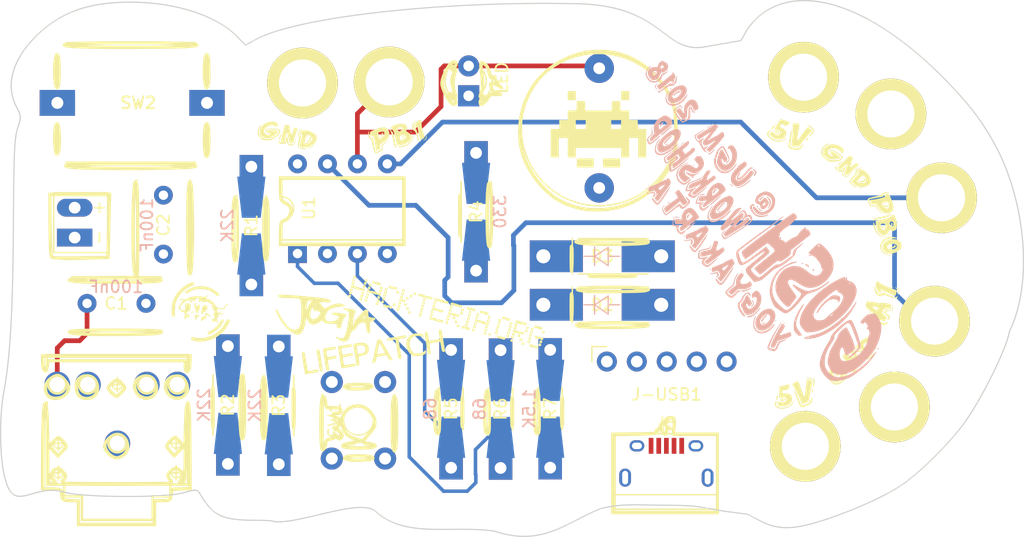
<source format=kicad_pcb>
(kicad_pcb (version 4) (host pcbnew 4.0.7-e0-6372~58~ubuntu16.04.1)
  (layers (0 F.Cu signal) (31 B.Cu signal) (34 B.Paste user) (35 F.Paste user) (36 B.SilkS user) (37 F.SilkS user) (38 B.Mask user) (39 F.Mask user) (44 Edge.Cuts user))
  (net 0 "")
  (net 1 +5V)
  (net 2 GND)
  (net 3 "Net-(C1-Pad1)")
  (net 4 "Net-(C1-Pad2)")
  (net 5 VCC)
  (net 6 "Net-(D1-Pad1)")
  (net 7 "Net-(D1-Pad2)")
  (net 8 "Net-(D2-Pad1)")
  (net 9 "Net-(D3-Pad1)")
  (net 10 "Net-(J3-Pad1)")
  (net 11 "Net-(J4-Pad1)")
  (net 12 "Net-(R3-Pad1)")
  (net 13 PB4)
  (net 14 PB5)
  (module Housings_DIP:DIP-8_W7.62mm (layer F.Cu) (at 62.09 54.66 90)
    (fp_text reference U1 (at 3.84 0.97 90) (layer F.SilkS))
    (fp_text value ATTINY85-20PU)
    (pad 1 thru_hole rect (at 0 0 90) (size 1.6 1.6) (drill 0.8) (layers *.Cu *.Mask) (net 14 PB5))
    (pad 5 thru_hole oval (at 7.62 7.62 90) (size 1.6 1.6) (drill 0.8) (layers *.Cu *.Mask) (net 11 "Net-(J4-Pad1)"))
    (pad 2 thru_hole oval (at 0 2.54 90) (size 1.6 1.6) (drill 0.8) (layers *.Cu *.Mask))
    (pad 6 thru_hole oval (at 7.62 5.08 90) (size 1.6 1.6) (drill 0.8) (layers *.Cu *.Mask) (net 7 "Net-(D1-Pad2)"))
    (pad 3 thru_hole oval (at 0 5.08 90) (size 1.6 1.6) (drill 0.8) (layers *.Cu *.Mask) (net 13 PB4))
    (pad 7 thru_hole oval (at 7.62 2.54 90) (size 1.6 1.6) (drill 0.8) (layers *.Cu *.Mask) (net 10 "Net-(J3-Pad1)"))
    (pad 4 thru_hole oval (at 0 7.62 90) (size 1.6 1.6) (drill 0.8) (layers *.Cu *.Mask))
    (pad 8 thru_hole oval (at 7.62 0 90) (size 1.6 1.6) (drill 0.8) (layers *.Cu *.Mask))
  )
  (module LEDs:LED_D3.0mm_FlatTop (layer F.Cu) (at 76.61 41.26 90)
    (fp_text reference D1)
    (fp_text value LED (at 1.53 2.83 90) (layer F.SilkS))
    (pad 1 thru_hole rect (at 0 0 90) (size 1.8 1.8) (drill 0.9) (layers *.Cu *.Mask))
    (pad 2 thru_hole circle (at 2.54 0 90) (size 1.8 1.8) (drill 0.9) (layers *.Cu *.Mask) (net 7 "Net-(D1-Pad2)"))
  )
  (module 8BitMixtape_Stomp:BUZZER (layer F.Cu) (at 87.69 44 270)
    (fp_text reference LS1)
    (fp_text value Speaker)
    (pad 2 thru_hole circle (at 5.08 0 270) (size 2.49936 2.49936) (drill 1.00076) (layers *.Cu *.Mask))
    (pad 1 thru_hole circle (at -5.08 0 270) (size 2.49936 2.49936) (drill 1.00076) (layers *.Cu *.Mask) (net 7 "Net-(D1-Pad2)"))
  )
  (module 8BitMixtape_Stomp:Lock_Aligator (layer F.Cu) (at 105.03 39.68)
    (fp_text reference J_Aligator1)
    (fp_text value CONN_01X01)
    (pad 1 thru_hole circle (at 0 0) (size 6 6) (drill 4) (layers *.Cu *.Mask F.SilkS))
  )
  (module 8BitMixtape_Stomp:Lock_Aligator (layer F.Cu) (at 116.15 60.4)
    (fp_text reference J3)
    (fp_text value CONN_01X01)
    (pad 1 thru_hole circle (at 0 0) (size 6 6) (drill 4) (layers *.Cu *.Mask F.SilkS) (net 10 "Net-(J3-Pad1)"))
  )
  (module 8BitMixtape_Stomp:Lock_Aligator (layer F.Cu) (at 116.74 49.92)
    (fp_text reference J4)
    (fp_text value CONN_01X01)
    (pad 1 thru_hole circle (at 0 0) (size 6 6) (drill 4) (layers *.Cu *.Mask F.SilkS) (net 11 "Net-(J4-Pad1)"))
  )
  (module 8BitMixtape_Stomp:Lock_Aligator (layer F.Cu) (at 112.44 42.8)
    (fp_text reference J_Aligator5)
    (fp_text value CONN_01X01)
    (pad 1 thru_hole circle (at 0 0) (size 6 6) (drill 4) (layers *.Cu *.Mask F.SilkS))
  )
  (module 8BitMixtape_Stomp:Coconut_Logo_small_Mask (layer F.Cu) (at 104.86 54.19)
    (fp_text reference Coconut hide)
    (fp_text value LOGO hide)
  )
  (module 8BitMixtape_Stomp:TACTILE-PTH_6mm (layer F.Cu) (at 67.2594 68.8188 90)
    (fp_text reference SW1 (at 0 -2.032 90) (layer F.SilkS) (effects (font (thickness 0.127))))
    (fp_text value SW_Push)
    (pad 1 thru_hole circle (at -3.2512 -2.2606 90) (size 1.8796 1.8796) (drill 1.016) (layers *.Cu *.Mask))
    (pad 1 thru_hole circle (at 3.2512 -2.2606 90) (size 1.8796 1.8796) (drill 1.016) (layers *.Cu *.Mask))
    (pad 2 thru_hole circle (at -3.2512 2.2606 90) (size 1.8796 1.8796) (drill 1.016) (layers *.Cu *.Mask))
    (pad 2 thru_hole circle (at 3.2512 2.2606 90) (size 1.8796 1.8796) (drill 1.016) (layers *.Cu *.Mask))
  )
  (module 8BitMixtape_Stomp:AUDIO-JACK-KIT_renamedPins (layer F.Cu) (at 46.8 70.78 90)
    (fp_text reference J1)
    (fp_text value JACK_TRS_6PINS)
    (pad 3 thru_hole circle (at 4.99872 -5.09778 90) (size 2.18186 2.18186) (drill 1.29794) (layers *.Cu *.Mask) (net 4 "Net-(C1-Pad2)"))
    (pad 6 thru_hole circle (at 4.99872 -2.49936 90) (size 2.18186 2.18186) (drill 1.29794) (layers *.Cu *.Mask))
    (pad 1 thru_hole circle (at 0 0 90) (size 2.18186 2.18186) (drill 1.29794) (layers *.Cu *.Mask))
    (pad 2 thru_hole circle (at 4.99872 5.09778 90) (size 2.18186 2.18186) (drill 1.29794) (layers *.Cu *.Mask))
    (pad 5 thru_hole circle (at 4.99872 2.49936 90) (size 2.18186 2.18186) (drill 1.29794) (layers *.Cu *.Mask))
  )
  (module 8BitMixtape_Stomp:Capacitor (layer F.Cu) (at 49.23 58.89 180)
    (fp_text reference C1 (at 2.54 0 180) (layer F.SilkS))
    (fp_text value 100nF (at 2.54 1.4 180) (layer B.SilkS) (effects (justify mirror)))
    (pad 1 thru_hole circle (at 0 0 180) (size 1.6 1.6) (drill 0.8) (layers *.Cu *.Mask))
    (pad 2 thru_hole circle (at 5 0 180) (size 1.6 1.6) (drill 0.8) (layers *.Cu *.Mask) (net 4 "Net-(C1-Pad2)"))
  )
  (module 8BitMixtape_Stomp:Bat_connector+- (layer F.Cu) (at 43.18 53.3 90)
    (fp_text reference BT1)
    (fp_text value Battery_Cell)
    (fp_text user + (at 2.54 2.032 90) (layer F.SilkS))
    (fp_text user - (at 0 2.032 90) (layer F.SilkS))
    (pad 2 thru_hole rect (at 0 0 90) (size 1.51 3.01) (drill 1) (layers *.Cu *.Mask))
    (pad 1 thru_hole oval (at 2.54 0 90) (size 1.51 3.01) (drill 1) (layers *.Cu *.Mask))
  )
  (module 8BitMixtape_Stomp:Lock_Aligator (layer F.Cu) (at 105.18 71.03)
    (fp_text reference J_Aligator2)
    (fp_text value CONN_01X01)
    (pad 1 thru_hole circle (at 0 0) (size 6 6) (drill 4) (layers *.Cu *.Mask F.SilkS))
  )
  (module 8BitMixtape_Stomp:Lock_Aligator (layer F.Cu) (at 112.74 67.69)
    (fp_text reference J_Aligator3)
    (fp_text value CONN_01X01)
    (pad 1 thru_hole circle (at 0 0) (size 6 6) (drill 4) (layers *.Cu *.Mask F.SilkS))
  )
  (module Connectors:USB_Micro-B (layer F.Cu) (at 93.39 72.34)
    (fp_text reference J5 (at 0 -3.24) (layer F.SilkS))
    (fp_text value USB_OTG)
    (pad 1 smd rect (at -1.3 -1.35 90) (size 1.35 0.4) (layers F.Cu F.Paste F.Mask))
    (pad 2 smd rect (at -0.65 -1.35 90) (size 1.35 0.4) (layers F.Cu F.Paste F.Mask))
    (pad 3 smd rect (at 0 -1.35 90) (size 1.35 0.4) (layers F.Cu F.Paste F.Mask))
    (pad 4 smd rect (at 0.65 -1.35 90) (size 1.35 0.4) (layers F.Cu F.Paste F.Mask))
    (pad 5 smd rect (at 1.3 -1.35 90) (size 1.35 0.4) (layers F.Cu F.Paste F.Mask))
    (pad 6 thru_hole oval (at -2.5 -1.35 90) (size 0.95 1.25) (drill oval 0.55 0.85) (layers *.Cu *.Mask))
    (pad 6 thru_hole oval (at 2.5 -1.35 90) (size 0.95 1.25) (drill oval 0.55 0.85) (layers *.Cu *.Mask))
    (pad 6 thru_hole oval (at -3.5 1.35 90) (size 1.55 1) (drill oval 1.15 0.5) (layers *.Cu *.Mask))
    (pad 6 thru_hole oval (at 3.5 1.35 90) (size 1.55 1) (drill oval 1.15 0.5) (layers *.Cu *.Mask))
  )
  (module 8BitMixtape_Stomp:Socket_Strip_USB (layer F.Cu) (at 88.34 63.83 90)
    (fp_text reference J-USB1 (at -2.794 5.08 360) (layer F.SilkS))
    (fp_text value CONN_01X05)
    (pad 1 thru_hole circle (at 0 0 90) (size 1.7 1.7) (drill 1) (layers *.Cu *.Mask))
    (pad 2 thru_hole oval (at 0 2.54 90) (size 1.7 1.7) (drill 1) (layers *.Cu *.Mask))
    (pad 3 thru_hole oval (at 0 5.08 90) (size 1.7 1.7) (drill 1) (layers *.Cu *.Mask))
    (pad 4 thru_hole oval (at 0 7.62 90) (size 1.7 1.7) (drill 1) (layers *.Cu *.Mask))
    (pad 5 thru_hole oval (at 0 10.16 90) (size 1.7 1.7) (drill 1) (layers *.Cu *.Mask))
  )
  (module 8BitMixtape_Stomp:Resistor_SMD+THTuniversal (layer B.Cu) (at 56.18 67.52126 270)
    (fp_text reference R2 (at 0 0 270) (layer F.SilkS))
    (fp_text value 22K (at 0 2.032 270) (layer B.SilkS) (effects (justify mirror)))
    (pad 1 smd trapezoid (at -2.413 0 270) (size 3.50012 1.99898) (rect_delta 0.39878 0) (layers B.Cu B.Paste B.Mask))
    (pad 2 smd trapezoid (at 2.413 0 90) (size 3.50012 1.99898) (rect_delta 0.39878 0) (layers B.Cu B.Paste B.Mask))
    (pad 1 thru_hole rect (at -5.00126 0 90) (size 1.99898 1.99898) (drill 1.00076) (layers *.Cu *.Mask))
    (pad 2 thru_hole rect (at 5.00126 0 90) (size 1.99898 1.99898) (drill 1.00076) (layers *.Cu *.Mask))
  )
  (module 8BitMixtape_Stomp:Resistor_SMD+THTuniversal_OneSided (layer B.Cu) (at 75.12 67.84874 90)
    (fp_text reference R5 (at 0 0 90) (layer F.SilkS))
    (fp_text value 68 (at 0 -1.778 90) (layer B.SilkS) (effects (justify mirror)))
    (pad 1 smd trapezoid (at -2.413 0 90) (size 3.50012 1.99898) (rect_delta 0.39878 0) (layers B.Cu B.Paste B.Mask) (net 13 PB4))
    (pad 2 smd trapezoid (at 2.413 0 270) (size 3.50012 1.99898) (rect_delta 0.39878 0) (layers B.Cu B.Paste B.Mask))
    (pad 1 thru_hole rect (at -5.00126 0 270) (size 1.99898 1.99898) (drill 1.00076) (layers B.Cu B.Mask) (net 13 PB4))
    (pad 2 thru_hole rect (at 5.00126 0 270) (size 1.99898 1.99898) (drill 1.00076) (layers B.Cu B.Mask))
  )
  (module 8BitMixtape_Stomp:Resistor_SMD+THTuniversal (layer B.Cu) (at 60.5 67.55126 270)
    (fp_text reference R3 (at 0 0 270) (layer F.SilkS))
    (fp_text value 22K (at 0 2.032 270) (layer B.SilkS) (effects (justify mirror)))
    (pad 1 smd trapezoid (at -2.413 0 270) (size 3.50012 1.99898) (rect_delta 0.39878 0) (layers B.Cu B.Paste B.Mask) (net 12 "Net-(R3-Pad1)"))
    (pad 2 smd trapezoid (at 2.413 0 90) (size 3.50012 1.99898) (rect_delta 0.39878 0) (layers B.Cu B.Paste B.Mask))
    (pad 1 thru_hole rect (at -5.00126 0 90) (size 1.99898 1.99898) (drill 1.00076) (layers *.Cu *.Mask) (net 12 "Net-(R3-Pad1)"))
    (pad 2 thru_hole rect (at 5.00126 0 90) (size 1.99898 1.99898) (drill 1.00076) (layers *.Cu *.Mask))
  )
  (module 8BitMixtape_Stomp:Resistor_SMD+THTuniversal (layer B.Cu) (at 77.24 51.11 90)
    (fp_text reference R4 (at 0 0 90) (layer F.SilkS))
    (fp_text value 330 (at 0 2.032 90) (layer B.SilkS) (effects (justify mirror)))
    (pad 1 smd trapezoid (at -2.413 0 90) (size 3.50012 1.99898) (rect_delta 0.39878 0) (layers B.Cu B.Paste B.Mask))
    (pad 2 smd trapezoid (at 2.413 0 270) (size 3.50012 1.99898) (rect_delta 0.39878 0) (layers B.Cu B.Paste B.Mask))
    (pad 1 thru_hole rect (at -5.00126 0 270) (size 1.99898 1.99898) (drill 1.00076) (layers *.Cu *.Mask))
    (pad 2 thru_hole rect (at 5.00126 0 270) (size 1.99898 1.99898) (drill 1.00076) (layers *.Cu *.Mask))
  )
  (module 8BitMixtape_Stomp:D_Zener_handsoldering (layer B.Cu) (at 87.95 54.89)
    (fp_text reference D3 (at 0 0) (layer F.SilkS))
    (fp_text value "D_Zener 3.3V")
    (pad 1 thru_hole rect (at -5 0) (size 4.5 2.7) (drill 1.19888 (offset 1.1 0)) (layers B.Cu B.Mask))
    (pad 2 thru_hole rect (at 5 0 180) (size 4.5 2.7) (drill 1.19888 (offset 1.1 0)) (layers B.Cu B.Mask))
  )
  (module 8BitMixtape_Stomp:Resistor_SMD+THTuniversal_OneSided (layer B.Cu) (at 83.53 67.84 90)
    (fp_text reference R7 (at 0 0 90) (layer F.SilkS))
    (fp_text value 1.5K (at 0 -1.778 90) (layer B.SilkS) (effects (justify mirror)))
    (pad 1 smd trapezoid (at -2.413 0 90) (size 3.50012 1.99898) (rect_delta 0.39878 0) (layers B.Cu B.Paste B.Mask))
    (pad 2 smd trapezoid (at 2.413 0 270) (size 3.50012 1.99898) (rect_delta 0.39878 0) (layers B.Cu B.Paste B.Mask))
    (pad 1 thru_hole rect (at -5.00126 0 270) (size 1.99898 1.99898) (drill 1.00076) (layers B.Cu B.Mask))
    (pad 2 thru_hole rect (at 5.00126 0 270) (size 1.99898 1.99898) (drill 1.00076) (layers B.Cu B.Mask))
  )
  (module 8BitMixtape_Stomp:Resistor_SMD+THTuniversal_OneSided (layer B.Cu) (at 79.32 67.867 90)
    (fp_text reference R6 (at 0 0 90) (layer F.SilkS))
    (fp_text value 68 (at 0 -1.778 90) (layer B.SilkS) (effects (justify mirror)))
    (pad 1 smd trapezoid (at -2.413 0 90) (size 3.50012 1.99898) (rect_delta 0.39878 0) (layers B.Cu B.Paste B.Mask) (net 14 PB5))
    (pad 2 smd trapezoid (at 2.413 0 270) (size 3.50012 1.99898) (rect_delta 0.39878 0) (layers B.Cu B.Paste B.Mask))
    (pad 1 thru_hole rect (at -5.00126 0 270) (size 1.99898 1.99898) (drill 1.00076) (layers B.Cu B.Mask) (net 14 PB5))
    (pad 2 thru_hole rect (at 5.00126 0 270) (size 1.99898 1.99898) (drill 1.00076) (layers B.Cu B.Mask))
  )
  (module 8BitMixtape_Stomp:D_Zener_handsoldering (layer B.Cu) (at 87.95 59.01)
    (fp_text reference D2 (at 0 0) (layer F.SilkS))
    (fp_text value "D_Zener 3.3V")
    (pad 1 thru_hole rect (at -5 0) (size 4.5 2.7) (drill 1.19888 (offset 1.1 0)) (layers B.Cu B.Mask))
    (pad 2 thru_hole rect (at 5 0 180) (size 4.5 2.7) (drill 1.19888 (offset 1.1 0)) (layers B.Cu B.Mask))
  )
  (module 8BitMixtape_Stomp:Capacitor (layer F.Cu) (at 50.71 49.7 270)
    (fp_text reference C2 (at 2.54 0 270) (layer F.SilkS))
    (fp_text value 100nF (at 2.54 1.4 270) (layer B.SilkS) (effects (justify mirror)))
    (pad 1 thru_hole circle (at 0 0 270) (size 1.6 1.6) (drill 0.8) (layers *.Cu *.Mask))
    (pad 2 thru_hole circle (at 5 0 270) (size 1.6 1.6) (drill 0.8) (layers *.Cu *.Mask))
  )
  (module 8BitMixtape_Stomp:Resistor_SMD+THTuniversal (layer B.Cu) (at 58.17 52.283 270)
    (fp_text reference R1 (at 0 0 270) (layer F.SilkS))
    (fp_text value 22K (at 0 2.032 270) (layer B.SilkS) (effects (justify mirror)))
    (pad 1 smd trapezoid (at -2.413 0 270) (size 3.50012 1.99898) (rect_delta 0.39878 0) (layers B.Cu B.Paste B.Mask))
    (pad 2 smd trapezoid (at 2.413 0 90) (size 3.50012 1.99898) (rect_delta 0.39878 0) (layers B.Cu B.Paste B.Mask))
    (pad 1 thru_hole rect (at -5.00126 0 90) (size 1.99898 1.99898) (drill 1.00076) (layers *.Cu *.Mask))
    (pad 2 thru_hole rect (at 5.00126 0 90) (size 1.99898 1.99898) (drill 1.00076) (layers *.Cu *.Mask))
  )
  (module 8BitMixtape_Stomp:Lock_Aligator (layer F.Cu) (at 69.87 40.08)
    (fp_text reference J2)
    (fp_text value CONN_01X01)
    (pad 1 thru_hole circle (at 0 0) (size 6 6) (drill 4) (layers *.Cu *.Mask F.SilkS) (net 7 "Net-(D1-Pad2)"))
  )
  (module 8BitMixtape_Stomp:Lock_Aligator (layer F.Cu) (at 62.51 40.17)
    (fp_text reference J_Aligator4)
    (fp_text value CONN_01X01)
    (pad 1 thru_hole circle (at 0 0) (size 6 6) (drill 4) (layers *.Cu *.Mask F.SilkS))
  )
  (module 8BitMixtape_Stomp:Push_SWITCH-Square (layer F.Cu) (at 46.79 41.86 90)
    (fp_text reference SW2 (at 0 1.778 360) (layer F.SilkS) (effects (font (thickness 0.1778))))
    (fp_text value SW_SPST)
    (pad 1 thru_hole rect (at 0 -5.08 90) (size 2.2 3) (drill 1.016) (layers *.Cu *.Mask))
    (pad 2 thru_hole rect (at 0 7.62 90) (size 2.2 3) (drill 1.016) (layers *.Cu *.Mask))
  )
  (module 8BitMixtape_Stomp:Silk_weird (layer F.Cu) (at 81.34 62.28)
    (fp_text reference "" (at 0 0) (layer F.SilkS))
    (fp_text value "" (at 0 0) (layer F.SilkS))
    (fp_line (start -28.836229 12.675291) (end -28.565859 12.594406) (layer Edge.Cuts) (width 0.1))
    (fp_line (start -28.565859 12.594406) (end -28.342135 12.53436) (layer Edge.Cuts) (width 0.1))
    (fp_line (start -28.342135 12.53436) (end -28.158962 12.495295) (layer Edge.Cuts) (width 0.1))
    (fp_line (start -28.158962 12.495295) (end -28.080677 12.483668) (layer Edge.Cuts) (width 0.1))
    (fp_line (start -28.080677 12.483668) (end -28.010244 12.477346) (layer Edge.Cuts) (width 0.1))
    (fp_line (start -28.010244 12.477346) (end -27.946901 12.476217) (layer Edge.Cuts) (width 0.1))
    (fp_line (start -27.946901 12.476217) (end -27.889886 12.480535) (layer Edge.Cuts) (width 0.1))
    (fp_line (start -27.889886 12.480535) (end -27.838438 12.490187) (layer Edge.Cuts) (width 0.1))
    (fp_line (start -27.838438 12.490187) (end -27.791793 12.505229) (layer Edge.Cuts) (width 0.1))
    (fp_line (start -27.791793 12.505229) (end -27.749191 12.525662) (layer Edge.Cuts) (width 0.1))
    (fp_line (start -27.749191 12.525662) (end -27.70987 12.551486) (layer Edge.Cuts) (width 0.1))
    (fp_line (start -27.70987 12.551486) (end -27.673066 12.582722) (layer Edge.Cuts) (width 0.1))
    (fp_line (start -27.673066 12.582722) (end -27.63802 12.619394) (layer Edge.Cuts) (width 0.1))
    (fp_line (start -27.63802 12.619394) (end -27.570149 12.70911) (layer Edge.Cuts) (width 0.1))
    (fp_line (start -27.570149 12.70911) (end -27.500162 12.820776) (layer Edge.Cuts) (width 0.1))
    (fp_line (start -27.500162 12.820776) (end -27.329456 13.110511) (layer Edge.Cuts) (width 0.1))
    (fp_line (start -27.329456 13.110511) (end -27.216547 13.288859) (layer Edge.Cuts) (width 0.1))
    (fp_line (start -27.216547 13.288859) (end -27.07714 13.489708) (layer Edge.Cuts) (width 0.1))
    (fp_line (start -27.07714 13.489708) (end -26.90514 13.713197) (layer Edge.Cuts) (width 0.1))
    (fp_line (start -26.90514 13.713197) (end -26.805013 13.833477) (layer Edge.Cuts) (width 0.1))
    (fp_line (start -26.805013 13.833477) (end -26.694451 13.95947) (layer Edge.Cuts) (width 0.1))
    (fp_line (start -26.694451 13.95947) (end -26.581768 14.084091) (layer Edge.Cuts) (width 0.1))
    (fp_line (start -26.581768 14.084091) (end -26.462419 14.198529) (layer Edge.Cuts) (width 0.1))
    (fp_line (start -26.462419 14.198529) (end -26.336746 14.303225) (layer Edge.Cuts) (width 0.1))
    (fp_line (start -26.336746 14.303225) (end -26.205088 14.398619) (layer Edge.Cuts) (width 0.1))
    (fp_line (start -26.205088 14.398619) (end -26.067787 14.485145) (layer Edge.Cuts) (width 0.1))
    (fp_line (start -26.067787 14.485145) (end -25.925183 14.56325) (layer Edge.Cuts) (width 0.1))
    (fp_line (start -25.925183 14.56325) (end -25.777617 14.633374) (layer Edge.Cuts) (width 0.1))
    (fp_line (start -25.777617 14.633374) (end -25.625429 14.695951) (layer Edge.Cuts) (width 0.1))
    (fp_line (start -25.625429 14.695951) (end -25.46896 14.751425) (layer Edge.Cuts) (width 0.1))
    (fp_line (start -25.46896 14.751425) (end -25.30855 14.800232) (layer Edge.Cuts) (width 0.1))
    (fp_line (start -25.30855 14.800232) (end -25.144541 14.84282) (layer Edge.Cuts) (width 0.1))
    (fp_line (start -25.144541 14.84282) (end -24.977272 14.879618) (layer Edge.Cuts) (width 0.1))
    (fp_line (start -24.977272 14.879618) (end -24.807085 14.911075) (layer Edge.Cuts) (width 0.1))
    (fp_line (start -24.807085 14.911075) (end -24.634319 14.937632) (layer Edge.Cuts) (width 0.1))
    (fp_line (start -24.634319 14.937632) (end -24.459316 14.959702) (layer Edge.Cuts) (width 0.1))
    (fp_line (start -24.459316 14.959702) (end -24.282416 14.977764) (layer Edge.Cuts) (width 0.1))
    (fp_line (start -24.282416 14.977764) (end -23.924288 15.003559) (layer Edge.Cuts) (width 0.1))
    (fp_line (start -23.924288 15.003559) (end -23.56266 15.018545) (layer Edge.Cuts) (width 0.1))
    (fp_line (start -23.56266 15.018545) (end -23.200257 15.026222) (layer Edge.Cuts) (width 0.1))
    (fp_line (start -23.200257 15.026222) (end -22.839803 15.030116) (layer Edge.Cuts) (width 0.1))
    (fp_line (start -22.839803 15.030116) (end -22.484023 15.033757) (layer Edge.Cuts) (width 0.1))
    (fp_line (start -22.484023 15.033757) (end -22.135643 15.040643) (layer Edge.Cuts) (width 0.1))
    (fp_line (start -22.135643 15.040643) (end -21.797386 15.054303) (layer Edge.Cuts) (width 0.1))
    (fp_line (start -21.797386 15.054303) (end -21.471978 15.078235) (layer Edge.Cuts) (width 0.1))
    (fp_line (start -21.471978 15.078235) (end -21.389411 15.103014) (layer Edge.Cuts) (width 0.1))
    (fp_line (start -21.389411 15.103014) (end -21.300935 15.123278) (layer Edge.Cuts) (width 0.1))
    (fp_line (start -21.300935 15.123278) (end -21.206751 15.139167) (layer Edge.Cuts) (width 0.1))
    (fp_line (start -21.206751 15.139167) (end -21.107056 15.150851) (layer Edge.Cuts) (width 0.1))
    (fp_line (start -21.107056 15.150851) (end -20.891944 15.162224) (layer Edge.Cuts) (width 0.1))
    (fp_line (start -20.891944 15.162224) (end -20.657194 15.158697) (layer Edge.Cuts) (width 0.1))
    (fp_line (start -20.657194 15.158697) (end -20.404413 15.141594) (layer Edge.Cuts) (width 0.1))
    (fp_line (start -20.404413 15.141594) (end -20.135202 15.112203) (layer Edge.Cuts) (width 0.1))
    (fp_line (start -20.135202 15.112203) (end -19.851153 15.071823) (layer Edge.Cuts) (width 0.1))
    (fp_line (start -19.851153 15.071823) (end -19.553878 15.021748) (layer Edge.Cuts) (width 0.1))
    (fp_line (start -19.553878 15.021748) (end -19.244968 14.963283) (layer Edge.Cuts) (width 0.1))
    (fp_line (start -19.244968 14.963283) (end -18.926032 14.89772) (layer Edge.Cuts) (width 0.1))
    (fp_line (start -18.926032 14.89772) (end -18.264469 14.750496) (layer Edge.Cuts) (width 0.1))
    (fp_line (start -18.264469 14.750496) (end -16.891416 14.428004) (layer Edge.Cuts) (width 0.1))
    (fp_line (start -16.891416 14.428004) (end -16.205537 14.273504) (layer Edge.Cuts) (width 0.1))
    (fp_line (start -16.205537 14.273504) (end -15.868363 14.202483) (layer Edge.Cuts) (width 0.1))
    (fp_line (start -15.868363 14.202483) (end -15.537164 14.137346) (layer Edge.Cuts) (width 0.1))
    (fp_line (start -15.537164 14.137346) (end -15.213546 14.079389) (layer Edge.Cuts) (width 0.1))
    (fp_line (start -15.213546 14.079389) (end -14.899102 14.029915) (layer Edge.Cuts) (width 0.1))
    (fp_line (start -14.899102 14.029915) (end -14.595442 13.990215) (layer Edge.Cuts) (width 0.1))
    (fp_line (start -14.595442 13.990215) (end -14.304161 13.961592) (layer Edge.Cuts) (width 0.1))
    (fp_line (start -14.304161 13.961592) (end -14.026858 13.945336) (layer Edge.Cuts) (width 0.1))
    (fp_line (start -14.026858 13.945336) (end -13.765139 13.942796) (layer Edge.Cuts) (width 0.1))
    (fp_line (start -13.765139 13.942796) (end -13.520602 13.955186) (layer Edge.Cuts) (width 0.1))
    (fp_line (start -13.520602 13.955186) (end -13.405277 13.967406) (layer Edge.Cuts) (width 0.1))
    (fp_line (start -13.405277 13.967406) (end -13.294847 13.983859) (layer Edge.Cuts) (width 0.1))
    (fp_line (start -13.294847 13.983859) (end -13.189516 14.004687) (layer Edge.Cuts) (width 0.1))
    (fp_line (start -13.189516 14.004687) (end -13.089476 14.030087) (layer Edge.Cuts) (width 0.1))
    (fp_line (start -13.089476 14.030087) (end -12.994935 14.060192) (layer Edge.Cuts) (width 0.1))
    (fp_line (start -12.994935 14.060192) (end -12.906091 14.095176) (layer Edge.Cuts) (width 0.1))
    (fp_line (start -12.906091 14.095176) (end -12.823143 14.135198) (layer Edge.Cuts) (width 0.1))
    (fp_line (start -12.823143 14.135198) (end -12.746289 14.180427) (layer Edge.Cuts) (width 0.1))
    (fp_line (start -12.746289 14.180427) (end -12.675733 14.231018) (layer Edge.Cuts) (width 0.1))
    (fp_line (start -12.675733 14.231018) (end -12.611674 14.287135) (layer Edge.Cuts) (width 0.1))
    (fp_line (start -12.611674 14.287135) (end -12.491323 14.393169) (layer Edge.Cuts) (width 0.1))
    (fp_line (start -12.491323 14.393169) (end -12.369056 14.49421) (layer Edge.Cuts) (width 0.1))
    (fp_line (start -12.369056 14.49421) (end -12.24491 14.590377) (layer Edge.Cuts) (width 0.1))
    (fp_line (start -12.24491 14.590377) (end -12.11892 14.681792) (layer Edge.Cuts) (width 0.1))
    (fp_line (start -12.11892 14.681792) (end -11.991124 14.76857) (layer Edge.Cuts) (width 0.1))
    (fp_line (start -11.991124 14.76857) (end -11.861556 14.850832) (layer Edge.Cuts) (width 0.1))
    (fp_line (start -11.861556 14.850832) (end -11.730252 14.928691) (layer Edge.Cuts) (width 0.1))
    (fp_line (start -11.730252 14.928691) (end -11.597246 15.002275) (layer Edge.Cuts) (width 0.1))
    (fp_line (start -11.597246 15.002275) (end -11.462576 15.071693) (layer Edge.Cuts) (width 0.1))
    (fp_line (start -11.462576 15.071693) (end -11.326276 15.13707) (layer Edge.Cuts) (width 0.1))
    (fp_line (start -11.326276 15.13707) (end -11.048934 15.256171) (layer Edge.Cuts) (width 0.1))
    (fp_line (start -11.048934 15.256171) (end -10.765498 15.360522) (layer Edge.Cuts) (width 0.1))
    (fp_line (start -10.765498 15.360522) (end -10.47626 15.451073) (layer Edge.Cuts) (width 0.1))
    (fp_line (start -10.47626 15.451073) (end -10.181501 15.528775) (layer Edge.Cuts) (width 0.1))
    (fp_line (start -10.181501 15.528775) (end -9.88151 15.594575) (layer Edge.Cuts) (width 0.1))
    (fp_line (start -9.88151 15.594575) (end -9.576569 15.649422) (layer Edge.Cuts) (width 0.1))
    (fp_line (start -9.576569 15.649422) (end -9.266966 15.694264) (layer Edge.Cuts) (width 0.1))
    (fp_line (start -9.266966 15.694264) (end -8.952982 15.73005) (layer Edge.Cuts) (width 0.1))
    (fp_line (start -8.952982 15.73005) (end -8.634907 15.757736) (layer Edge.Cuts) (width 0.1))
    (fp_line (start -8.634907 15.757736) (end -8.313024 15.778253) (layer Edge.Cuts) (width 0.1))
    (fp_line (start -8.313024 15.778253) (end -7.987616 15.792562) (layer Edge.Cuts) (width 0.1))
    (fp_line (start -7.987616 15.792562) (end -7.658971 15.801621) (layer Edge.Cuts) (width 0.1))
    (fp_line (start -7.658971 15.801621) (end -7.327374 15.806363) (layer Edge.Cuts) (width 0.1))
    (fp_line (start -7.327374 15.806363) (end -6.656461 15.806645) (layer Edge.Cuts) (width 0.1))
    (fp_line (start -6.656461 15.806645) (end -5.977161 15.801142) (layer Edge.Cuts) (width 0.1))
    (fp_line (start -5.977161 15.801142) (end -5.291753 15.79736) (layer Edge.Cuts) (width 0.1))
    (fp_line (start -5.291753 15.79736) (end -4.602521 15.80292) (layer Edge.Cuts) (width 0.1))
    (fp_line (start -4.602521 15.80292) (end -4.257183 15.811556) (layer Edge.Cuts) (width 0.1))
    (fp_line (start -4.257183 15.811556) (end -3.911746 15.825385) (layer Edge.Cuts) (width 0.1))
    (fp_line (start -3.911746 15.825385) (end -3.566492 15.845338) (layer Edge.Cuts) (width 0.1))
    (fp_line (start -3.566492 15.845338) (end -3.221707 15.872375) (layer Edge.Cuts) (width 0.1))
    (fp_line (start -3.221707 15.872375) (end -2.877678 15.907427) (layer Edge.Cuts) (width 0.1))
    (fp_line (start -2.877678 15.907427) (end -2.534688 15.95145) (layer Edge.Cuts) (width 0.1))
    (fp_line (start -2.534688 15.95145) (end -2.15872 16.071564) (layer Edge.Cuts) (width 0.1))
    (fp_line (start -2.15872 16.071564) (end -1.793533 16.171414) (layer Edge.Cuts) (width 0.1))
    (fp_line (start -1.793533 16.171414) (end -1.438647 16.25187) (layer Edge.Cuts) (width 0.1))
    (fp_line (start -1.438647 16.25187) (end -1.093596 16.313793) (layer Edge.Cuts) (width 0.1))
    (fp_line (start -1.093596 16.313793) (end -0.757902 16.358048) (layer Edge.Cuts) (width 0.1))
    (fp_line (start -0.757902 16.358048) (end -0.431097 16.385508) (layer Edge.Cuts) (width 0.1))
    (fp_line (start -0.431097 16.385508) (end -0.112702 16.397023) (layer Edge.Cuts) (width 0.1))
    (fp_line (start -0.112702 16.397023) (end 0.197748 16.393467) (layer Edge.Cuts) (width 0.1))
    (fp_line (start 0.197748 16.393467) (end 0.500733 16.375687) (layer Edge.Cuts) (width 0.1))
    (fp_line (start 0.500733 16.375687) (end 0.796719 16.344577) (layer Edge.Cuts) (width 0.1))
    (fp_line (start 0.796719 16.344577) (end 1.086186 16.300988) (layer Edge.Cuts) (width 0.1))
    (fp_line (start 1.086186 16.300988) (end 1.369602 16.245786) (layer Edge.Cuts) (width 0.1))
    (fp_line (start 1.369602 16.245786) (end 1.647439 16.17983) (layer Edge.Cuts) (width 0.1))
    (fp_line (start 1.647439 16.17983) (end 1.920173 16.103994) (layer Edge.Cuts) (width 0.1))
    (fp_line (start 1.920173 16.103994) (end 2.188272 16.019136) (layer Edge.Cuts) (width 0.1))
    (fp_line (start 2.188272 16.019136) (end 2.452215 15.926121) (layer Edge.Cuts) (width 0.1))
    (fp_line (start 2.452215 15.926121) (end 2.712472 15.825819) (layer Edge.Cuts) (width 0.1))
    (fp_line (start 2.712472 15.825819) (end 2.969514 15.719088) (layer Edge.Cuts) (width 0.1))
    (fp_line (start 2.969514 15.719088) (end 3.223816 15.606795) (layer Edge.Cuts) (width 0.1))
    (fp_line (start 3.223816 15.606795) (end 3.475849 15.489808) (layer Edge.Cuts) (width 0.1))
    (fp_line (start 3.475849 15.489808) (end 3.975004 15.245201) (layer Edge.Cuts) (width 0.1))
    (fp_line (start 3.975004 15.245201) (end 4.470759 14.992183) (layer Edge.Cuts) (width 0.1))
    (fp_line (start 4.470759 14.992183) (end 4.966897 14.737672) (layer Edge.Cuts) (width 0.1))
    (fp_line (start 4.966897 14.737672) (end 5.467198 14.488588) (layer Edge.Cuts) (width 0.1))
    (fp_line (start 5.467198 14.488588) (end 5.720091 14.368243) (layer Edge.Cuts) (width 0.1))
    (fp_line (start 5.720091 14.368243) (end 5.975446 14.251846) (layer Edge.Cuts) (width 0.1))
    (fp_line (start 5.975446 14.251846) (end 6.233733 14.140267) (layer Edge.Cuts) (width 0.1))
    (fp_line (start 6.233733 14.140267) (end 6.495423 14.034366) (layer Edge.Cuts) (width 0.1))
    (fp_line (start 6.495423 14.034366) (end 6.835978 13.955815) (layer Edge.Cuts) (width 0.1))
    (fp_line (start 6.835978 13.955815) (end 7.164781 13.890816) (layer Edge.Cuts) (width 0.1))
    (fp_line (start 7.164781 13.890816) (end 7.484305 13.838202) (layer Edge.Cuts) (width 0.1))
    (fp_line (start 7.484305 13.838202) (end 7.797018 13.796811) (layer Edge.Cuts) (width 0.1))
    (fp_line (start 7.797018 13.796811) (end 8.105394 13.765481) (layer Edge.Cuts) (width 0.1))
    (fp_line (start 8.105394 13.765481) (end 8.411904 13.743045) (layer Edge.Cuts) (width 0.1))
    (fp_line (start 8.411904 13.743045) (end 8.719015 13.728341) (layer Edge.Cuts) (width 0.1))
    (fp_line (start 8.719015 13.728341) (end 9.0292 13.720213) (layer Edge.Cuts) (width 0.1))
    (fp_line (start 9.0292 13.720213) (end 9.344931 13.717391) (layer Edge.Cuts) (width 0.1))
    (fp_line (start 9.344931 13.717391) (end 9.668679 13.718802) (layer Edge.Cuts) (width 0.1))
    (fp_line (start 9.668679 13.718802) (end 10.350105 13.729893) (layer Edge.Cuts) (width 0.1))
    (fp_line (start 10.350105 13.729893) (end 11.093244 13.743976) (layer Edge.Cuts) (width 0.1))
    (fp_line (start 11.093244 13.743976) (end 11.917863 13.751737) (layer Edge.Cuts) (width 0.1))
    (fp_line (start 11.917863 13.751737) (end 12.502622 13.755547) (layer Edge.Cuts) (width 0.1))
    (fp_line (start 12.502622 13.755547) (end 13.012086 13.764635) (layer Edge.Cuts) (width 0.1))
    (fp_line (start 13.012086 13.764635) (end 13.45548 13.778802) (layer Edge.Cuts) (width 0.1))
    (fp_line (start 13.45548 13.778802) (end 13.842037 13.797796) (layer Edge.Cuts) (width 0.1))
    (fp_line (start 13.842037 13.797796) (end 14.180986 13.821418) (layer Edge.Cuts) (width 0.1))
    (fp_line (start 14.180986 13.821418) (end 14.481553 13.849386) (layer Edge.Cuts) (width 0.1))
    (fp_line (start 14.481553 13.849386) (end 14.752971 13.881509) (layer Edge.Cuts) (width 0.1))
    (fp_line (start 14.752971 13.881509) (end 15.004468 13.91754) (layer Edge.Cuts) (width 0.1))
    (fp_line (start 15.004468 13.91754) (end 15.245274 13.957249) (layer Edge.Cuts) (width 0.1))
    (fp_line (start 15.245274 13.957249) (end 15.484615 14.000406) (layer Edge.Cuts) (width 0.1))
    (fp_line (start 15.484615 14.000406) (end 15.995833 14.09613) (layer Edge.Cuts) (width 0.1))
    (fp_line (start 15.995833 14.09613) (end 16.611949 14.202861) (layer Edge.Cuts) (width 0.1))
    (fp_line (start 16.611949 14.202861) (end 16.982422 14.259777) (layer Edge.Cuts) (width 0.1))
    (fp_line (start 16.982422 14.259777) (end 17.406805 14.318747) (layer Edge.Cuts) (width 0.1))
    (fp_line (start 17.406805 14.318747) (end 18.939469 14.520855) (layer Edge.Cuts) (width 0.1))
    (fp_line (start 18.939469 14.520855) (end 20.019455 15.085045) (layer Edge.Cuts) (width 0.1))
    (fp_line (start 20.019455 15.085045) (end 20.306308 15.226012) (layer Edge.Cuts) (width 0.1))
    (fp_line (start 20.306308 15.226012) (end 20.448788 15.2891) (layer Edge.Cuts) (width 0.1))
    (fp_line (start 20.448788 15.2891) (end 20.591025 15.347247) (layer Edge.Cuts) (width 0.1))
    (fp_line (start 20.591025 15.347247) (end 20.733302 15.400445) (layer Edge.Cuts) (width 0.1))
    (fp_line (start 20.733302 15.400445) (end 20.875912 15.448688) (layer Edge.Cuts) (width 0.1))
    (fp_line (start 20.875912 15.448688) (end 21.019139 15.491967) (layer Edge.Cuts) (width 0.1))
    (fp_line (start 21.019139 15.491967) (end 21.163276 15.530279) (layer Edge.Cuts) (width 0.1))
    (fp_line (start 21.163276 15.530279) (end 21.308609 15.563609) (layer Edge.Cuts) (width 0.1))
    (fp_line (start 21.308609 15.563609) (end 21.455427 15.591953) (layer Edge.Cuts) (width 0.1))
    (fp_line (start 21.455427 15.591953) (end 21.604014 15.615321) (layer Edge.Cuts) (width 0.1))
    (fp_line (start 21.604014 15.615321) (end 21.754667 15.633665) (layer Edge.Cuts) (width 0.1))
    (fp_line (start 21.754667 15.633665) (end 21.907665 15.647014) (layer Edge.Cuts) (width 0.1))
    (fp_line (start 21.907665 15.647014) (end 22.063305 15.65534) (layer Edge.Cuts) (width 0.1))
    (fp_line (start 22.063305 15.65534) (end 22.221869 15.658642) (layer Edge.Cuts) (width 0.1))
    (fp_line (start 22.221869 15.658642) (end 22.383647 15.656949) (layer Edge.Cuts) (width 0.1))
    (fp_line (start 22.383647 15.656949) (end 22.548931 15.650175) (layer Edge.Cuts) (width 0.1))
    (fp_line (start 22.548931 15.650175) (end 22.718001 15.638378) (layer Edge.Cuts) (width 0.1))
    (fp_line (start 22.718001 15.638378) (end 22.891156 15.621502) (layer Edge.Cuts) (width 0.1))
    (fp_line (start 22.891156 15.621502) (end 23.068677 15.599573) (layer Edge.Cuts) (width 0.1))
    (fp_line (start 23.068677 15.599573) (end 23.250854 15.572593) (layer Edge.Cuts) (width 0.1))
    (fp_line (start 23.250854 15.572593) (end 23.437976 15.540526) (layer Edge.Cuts) (width 0.1))
    (fp_line (start 23.437976 15.540526) (end 23.828204 15.46114) (layer Edge.Cuts) (width 0.1))
    (fp_line (start 23.828204 15.46114) (end 24.241677 15.36136) (layer Edge.Cuts) (width 0.1))
    (fp_line (start 24.241677 15.36136) (end 24.680693 15.241128) (layer Edge.Cuts) (width 0.1))
    (fp_line (start 24.680693 15.241128) (end 25.147562 15.100384) (layer Edge.Cuts) (width 0.1))
    (fp_line (start 25.147562 15.100384) (end 25.644589 14.939071) (layer Edge.Cuts) (width 0.1))
    (fp_line (start 25.644589 14.939071) (end 26.115847 14.777728) (layer Edge.Cuts) (width 0.1))
    (fp_line (start 26.115847 14.777728) (end 26.586633 14.609394) (layer Edge.Cuts) (width 0.1))
    (fp_line (start 26.586633 14.609394) (end 27.055043 14.434944) (layer Edge.Cuts) (width 0.1))
    (fp_line (start 27.055043 14.434944) (end 27.519165 14.255247) (layer Edge.Cuts) (width 0.1))
    (fp_line (start 27.519165 14.255247) (end 27.977091 14.071179) (layer Edge.Cuts) (width 0.1))
    (fp_line (start 27.977091 14.071179) (end 28.426908 13.883611) (layer Edge.Cuts) (width 0.1))
    (fp_line (start 28.426908 13.883611) (end 28.866712 13.693416) (layer Edge.Cuts) (width 0.1))
    (fp_line (start 28.866712 13.693416) (end 29.294591 13.501465) (layer Edge.Cuts) (width 0.1))
    (fp_line (start 29.294591 13.501465) (end 29.708637 13.308634) (layer Edge.Cuts) (width 0.1))
    (fp_line (start 29.708637 13.308634) (end 30.106937 13.115792) (layer Edge.Cuts) (width 0.1))
    (fp_line (start 30.106937 13.115792) (end 30.487587 12.923813) (layer Edge.Cuts) (width 0.1))
    (fp_line (start 30.487587 12.923813) (end 30.848673 12.733573) (layer Edge.Cuts) (width 0.1))
    (fp_line (start 30.848673 12.733573) (end 31.188291 12.545937) (layer Edge.Cuts) (width 0.1))
    (fp_line (start 31.188291 12.545937) (end 31.504527 12.361784) (layer Edge.Cuts) (width 0.1))
    (fp_line (start 31.504527 12.361784) (end 31.795475 12.181986) (layer Edge.Cuts) (width 0.1))
    (fp_line (start 31.795475 12.181986) (end 32.059223 12.007412) (layer Edge.Cuts) (width 0.1))
    (fp_line (start 32.059223 12.007412) (end 32.352929 11.797168) (layer Edge.Cuts) (width 0.1))
    (fp_line (start 32.352929 11.797168) (end 32.663534 11.559511) (layer Edge.Cuts) (width 0.1))
    (fp_line (start 32.663534 11.559511) (end 32.988287 11.297166) (layer Edge.Cuts) (width 0.1))
    (fp_line (start 32.988287 11.297166) (end 33.324434 11.012858) (layer Edge.Cuts) (width 0.1))
    (fp_line (start 33.324434 11.012858) (end 33.669211 10.709314) (layer Edge.Cuts) (width 0.1))
    (fp_line (start 33.669211 10.709314) (end 34.019869 10.389257) (layer Edge.Cuts) (width 0.1))
    (fp_line (start 34.019869 10.389257) (end 34.373646 10.055417) (layer Edge.Cuts) (width 0.1))
    (fp_line (start 34.373646 10.055417) (end 34.727792 9.710513) (layer Edge.Cuts) (width 0.1))
    (fp_line (start 34.727792 9.710513) (end 35.079548 9.357278) (layer Edge.Cuts) (width 0.1))
    (fp_line (start 35.079548 9.357278) (end 35.426159 8.998435) (layer Edge.Cuts) (width 0.1))
    (fp_line (start 35.426159 8.998435) (end 35.764868 8.636705) (layer Edge.Cuts) (width 0.1))
    (fp_line (start 35.764868 8.636705) (end 36.092921 8.274823) (layer Edge.Cuts) (width 0.1))
    (fp_line (start 36.092921 8.274823) (end 36.407556 7.915506) (layer Edge.Cuts) (width 0.1))
    (fp_line (start 36.407556 7.915506) (end 36.706026 7.561484) (layer Edge.Cuts) (width 0.1))
    (fp_line (start 36.706026 7.561484) (end 36.98557 7.215482) (layer Edge.Cuts) (width 0.1))
    (fp_line (start 36.98557 7.215482) (end 37.243431 6.880225) (layer Edge.Cuts) (width 0.1))
    (fp_line (start 37.243431 6.880225) (end 37.384968 6.686767) (layer Edge.Cuts) (width 0.1))
    (fp_line (start 37.384968 6.686767) (end 37.529993 6.480347) (layer Edge.Cuts) (width 0.1))
    (fp_line (start 37.529993 6.480347) (end 37.828624 6.032404) (layer Edge.Cuts) (width 0.1))
    (fp_line (start 37.828624 6.032404) (end 38.135569 5.543968) (layer Edge.Cuts) (width 0.1))
    (fp_line (start 38.135569 5.543968) (end 38.447072 5.022607) (layer Edge.Cuts) (width 0.1))
    (fp_line (start 38.447072 5.022607) (end 38.759381 4.475898) (layer Edge.Cuts) (width 0.1))
    (fp_line (start 38.759381 4.475898) (end 39.068739 3.911405) (layer Edge.Cuts) (width 0.1))
    (fp_line (start 39.068739 3.911405) (end 39.371392 3.336702) (layer Edge.Cuts) (width 0.1))
    (fp_line (start 39.371392 3.336702) (end 39.663585 2.759363) (layer Edge.Cuts) (width 0.1))
    (fp_line (start 39.663585 2.759363) (end 39.941565 2.186954) (layer Edge.Cuts) (width 0.1))
    (fp_line (start 39.941565 2.186954) (end 40.201579 1.627048) (layer Edge.Cuts) (width 0.1))
    (fp_line (start 40.201579 1.627048) (end 40.439868 1.087216) (layer Edge.Cuts) (width 0.1))
    (fp_line (start 40.439868 1.087216) (end 40.65268 0.575028) (layer Edge.Cuts) (width 0.1))
    (fp_line (start 40.65268 0.575028) (end 40.83626 0.098056) (layer Edge.Cuts) (width 0.1))
    (fp_line (start 40.83626 0.098056) (end 40.915917 -0.124857) (layer Edge.Cuts) (width 0.1))
    (fp_line (start 40.915917 -0.124857) (end 40.986857 -0.336129) (layer Edge.Cuts) (width 0.1))
    (fp_line (start 40.986857 -0.336129) (end 41.04861 -0.534813) (layer Edge.Cuts) (width 0.1))
    (fp_line (start 41.04861 -0.534813) (end 41.100711 -0.71996) (layer Edge.Cuts) (width 0.1))
    (fp_line (start 41.100711 -0.71996) (end 41.142686 -0.890622) (layer Edge.Cuts) (width 0.1))
    (fp_line (start 41.142686 -0.890622) (end 41.174069 -1.045859) (layer Edge.Cuts) (width 0.1))
    (fp_line (start 41.174069 -1.045859) (end 41.266373 -1.240962) (layer Edge.Cuts) (width 0.1))
    (fp_line (start 41.266373 -1.240962) (end 41.354728 -1.439781) (layer Edge.Cuts) (width 0.1))
    (fp_line (start 41.354728 -1.439781) (end 41.43916 -1.642208) (layer Edge.Cuts) (width 0.1))
    (fp_line (start 41.43916 -1.642208) (end 41.51969 -1.848134) (layer Edge.Cuts) (width 0.1))
    (fp_line (start 41.51969 -1.848134) (end 41.596344 -2.057453) (layer Edge.Cuts) (width 0.1))
    (fp_line (start 41.596344 -2.057453) (end 41.669143 -2.270054) (layer Edge.Cuts) (width 0.1))
    (fp_line (start 41.669143 -2.270054) (end 41.738115 -2.485832) (layer Edge.Cuts) (width 0.1))
    (fp_line (start 41.738115 -2.485832) (end 41.803281 -2.704679) (layer Edge.Cuts) (width 0.1))
    (fp_line (start 41.803281 -2.704679) (end 41.864667 -2.926486) (layer Edge.Cuts) (width 0.1))
    (fp_line (start 41.864667 -2.926486) (end 41.922294 -3.151146) (layer Edge.Cuts) (width 0.1))
    (fp_line (start 41.922294 -3.151146) (end 42.026372 -3.608589) (layer Edge.Cuts) (width 0.1))
    (fp_line (start 42.026372 -3.608589) (end 42.115703 -4.076146) (layer Edge.Cuts) (width 0.1))
    (fp_line (start 42.115703 -4.076146) (end 42.190484 -4.552955) (layer Edge.Cuts) (width 0.1))
    (fp_line (start 42.190484 -4.552955) (end 42.250902 -5.038148) (layer Edge.Cuts) (width 0.1))
    (fp_line (start 42.250902 -5.038148) (end 42.29715 -5.530866) (layer Edge.Cuts) (width 0.1))
    (fp_line (start 42.29715 -5.530866) (end 42.329416 -6.030247) (layer Edge.Cuts) (width 0.1))
    (fp_line (start 42.329416 -6.030247) (end 42.347902 -6.535422) (layer Edge.Cuts) (width 0.1))
    (fp_line (start 42.347902 -6.535422) (end 42.352784 -7.04553) (layer Edge.Cuts) (width 0.1))
    (fp_line (start 42.352784 -7.04553) (end 42.344261 -7.559708) (layer Edge.Cuts) (width 0.1))
    (fp_line (start 42.344261 -7.559708) (end 42.322502 -8.077092) (layer Edge.Cuts) (width 0.1))
    (fp_line (start 42.322502 -8.077092) (end 42.287729 -8.596821) (layer Edge.Cuts) (width 0.1))
    (fp_line (start 42.287729 -8.596821) (end 42.240118 -9.118026) (layer Edge.Cuts) (width 0.1))
    (fp_line (start 42.240118 -9.118026) (end 42.179864 -9.639849) (layer Edge.Cuts) (width 0.1))
    (fp_line (start 42.179864 -9.639849) (end 42.107158 -10.161424) (layer Edge.Cuts) (width 0.1))
    (fp_line (start 42.107158 -10.161424) (end 42.022186 -10.681887) (layer Edge.Cuts) (width 0.1))
    (fp_line (start 42.022186 -10.681887) (end 41.925141 -11.200377) (layer Edge.Cuts) (width 0.1))
    (fp_line (start 41.925141 -11.200377) (end 41.816218 -11.716028) (layer Edge.Cuts) (width 0.1))
    (fp_line (start 41.816218 -11.716028) (end 41.695601 -12.227979) (layer Edge.Cuts) (width 0.1))
    (fp_line (start 41.695601 -12.227979) (end 41.563488 -12.735367) (layer Edge.Cuts) (width 0.1))
    (fp_line (start 41.563488 -12.735367) (end 41.420062 -13.237324) (layer Edge.Cuts) (width 0.1))
    (fp_line (start 41.420062 -13.237324) (end 41.26552 -13.732988) (layer Edge.Cuts) (width 0.1))
    (fp_line (start 41.26552 -13.732988) (end 41.100051 -14.221498) (layer Edge.Cuts) (width 0.1))
    (fp_line (start 41.100051 -14.221498) (end 40.923842 -14.70199) (layer Edge.Cuts) (width 0.1))
    (fp_line (start 40.923842 -14.70199) (end 40.737093 -15.1736) (layer Edge.Cuts) (width 0.1))
    (fp_line (start 40.737093 -15.1736) (end 40.539986 -15.635465) (layer Edge.Cuts) (width 0.1))
    (fp_line (start 40.539986 -15.635465) (end 40.332714 -16.086719) (layer Edge.Cuts) (width 0.1))
    (fp_line (start 40.332714 -16.086719) (end 40.11547 -16.526503) (layer Edge.Cuts) (width 0.1))
    (fp_line (start 40.11547 -16.526503) (end 39.902226 -16.922246) (layer Edge.Cuts) (width 0.1))
    (fp_line (start 39.902226 -16.922246) (end 39.688316 -17.304349) (layer Edge.Cuts) (width 0.1))
    (fp_line (start 39.688316 -17.304349) (end 39.472424 -17.674594) (layer Edge.Cuts) (width 0.1))
    (fp_line (start 39.472424 -17.674594) (end 39.253231 -18.034746) (layer Edge.Cuts) (width 0.1))
    (fp_line (start 39.253231 -18.034746) (end 39.029414 -18.386587) (layer Edge.Cuts) (width 0.1))
    (fp_line (start 39.029414 -18.386587) (end 38.799657 -18.731886) (layer Edge.Cuts) (width 0.1))
    (fp_line (start 38.799657 -18.731886) (end 38.562639 -19.072423) (layer Edge.Cuts) (width 0.1))
    (fp_line (start 38.562639 -19.072423) (end 38.31704 -19.409967) (layer Edge.Cuts) (width 0.1))
    (fp_line (start 38.31704 -19.409967) (end 38.061545 -19.746297) (layer Edge.Cuts) (width 0.1))
    (fp_line (start 38.061545 -19.746297) (end 37.794825 -20.083182) (layer Edge.Cuts) (width 0.1))
    (fp_line (start 37.794825 -20.083182) (end 37.515572 -20.422402) (layer Edge.Cuts) (width 0.1))
    (fp_line (start 37.515572 -20.422402) (end 37.222456 -20.765728) (layer Edge.Cuts) (width 0.1))
    (fp_line (start 37.222456 -20.765728) (end 36.914165 -21.114936) (layer Edge.Cuts) (width 0.1))
    (fp_line (start 36.914165 -21.114936) (end 36.589378 -21.471798) (layer Edge.Cuts) (width 0.1))
    (fp_line (start 36.589378 -21.471798) (end 36.246771 -21.838092) (layer Edge.Cuts) (width 0.1))
    (fp_line (start 36.246771 -21.838092) (end 35.88503 -22.215591) (layer Edge.Cuts) (width 0.1))
    (fp_line (start 35.88503 -22.215591) (end 35.598129 -22.508684) (layer Edge.Cuts) (width 0.1))
    (fp_line (start 35.598129 -22.508684) (end 35.311256 -22.795719) (layer Edge.Cuts) (width 0.1))
    (fp_line (start 35.311256 -22.795719) (end 35.024473 -23.076674) (layer Edge.Cuts) (width 0.1))
    (fp_line (start 35.024473 -23.076674) (end 34.737836 -23.351529) (layer Edge.Cuts) (width 0.1))
    (fp_line (start 34.737836 -23.351529) (end 34.451409 -23.620262) (layer Edge.Cuts) (width 0.1))
    (fp_line (start 34.451409 -23.620262) (end 34.165244 -23.882853) (layer Edge.Cuts) (width 0.1))
    (fp_line (start 34.165244 -23.882853) (end 33.879407 -24.13928) (layer Edge.Cuts) (width 0.1))
    (fp_line (start 33.879407 -24.13928) (end 33.59395 -24.389523) (layer Edge.Cuts) (width 0.1))
    (fp_line (start 33.59395 -24.389523) (end 33.308934 -24.63356) (layer Edge.Cuts) (width 0.1))
    (fp_line (start 33.308934 -24.63356) (end 33.02442 -24.87137) (layer Edge.Cuts) (width 0.1))
    (fp_line (start 33.02442 -24.87137) (end 32.740465 -25.102933) (layer Edge.Cuts) (width 0.1))
    (fp_line (start 32.740465 -25.102933) (end 32.457131 -25.328228) (layer Edge.Cuts) (width 0.1))
    (fp_line (start 32.457131 -25.328228) (end 32.174471 -25.547232) (layer Edge.Cuts) (width 0.1))
    (fp_line (start 32.174471 -25.547232) (end 31.892546 -25.759926) (layer Edge.Cuts) (width 0.1))
    (fp_line (start 31.892546 -25.759926) (end 31.611418 -25.966288) (layer Edge.Cuts) (width 0.1))
    (fp_line (start 31.611418 -25.966288) (end 31.331141 -26.166298) (layer Edge.Cuts) (width 0.1))
    (fp_line (start 31.331141 -26.166298) (end 31.051777 -26.359933) (layer Edge.Cuts) (width 0.1))
    (fp_line (start 31.051777 -26.359933) (end 30.773382 -26.547174) (layer Edge.Cuts) (width 0.1))
    (fp_line (start 30.773382 -26.547174) (end 30.49602 -26.727999) (layer Edge.Cuts) (width 0.1))
    (fp_line (start 30.49602 -26.727999) (end 30.219744 -26.902388) (layer Edge.Cuts) (width 0.1))
    (fp_line (start 30.219744 -26.902388) (end 29.944614 -27.070319) (layer Edge.Cuts) (width 0.1))
    (fp_line (start 29.944614 -27.070319) (end 29.670692 -27.23177) (layer Edge.Cuts) (width 0.1))
    (fp_line (start 29.670692 -27.23177) (end 29.398034 -27.386722) (layer Edge.Cuts) (width 0.1))
    (fp_line (start 29.398034 -27.386722) (end 29.1267 -27.535153) (layer Edge.Cuts) (width 0.1))
    (fp_line (start 29.1267 -27.535153) (end 28.856749 -27.677042) (layer Edge.Cuts) (width 0.1))
    (fp_line (start 28.856749 -27.677042) (end 28.588237 -27.812369) (layer Edge.Cuts) (width 0.1))
    (fp_line (start 28.588237 -27.812369) (end 28.321224 -27.941111) (layer Edge.Cuts) (width 0.1))
    (fp_line (start 28.321224 -27.941111) (end 28.055771 -28.063249) (layer Edge.Cuts) (width 0.1))
    (fp_line (start 28.055771 -28.063249) (end 27.791936 -28.17876) (layer Edge.Cuts) (width 0.1))
    (fp_line (start 27.791936 -28.17876) (end 27.529777 -28.287624) (layer Edge.Cuts) (width 0.1))
    (fp_line (start 27.529777 -28.287624) (end 27.269354 -28.389821) (layer Edge.Cuts) (width 0.1))
    (fp_line (start 27.269354 -28.389821) (end 27.010722 -28.485328) (layer Edge.Cuts) (width 0.1))
    (fp_line (start 27.010722 -28.485328) (end 26.753945 -28.574125) (layer Edge.Cuts) (width 0.1))
    (fp_line (start 26.753945 -28.574125) (end 26.499076 -28.656192) (layer Edge.Cuts) (width 0.1))
    (fp_line (start 26.499076 -28.656192) (end 26.24618 -28.731506) (layer Edge.Cuts) (width 0.1))
    (fp_line (start 26.24618 -28.731506) (end 25.995312 -28.800047) (layer Edge.Cuts) (width 0.1))
    (fp_line (start 25.995312 -28.800047) (end 25.746531 -28.861794) (layer Edge.Cuts) (width 0.1))
    (fp_line (start 25.746531 -28.861794) (end 25.499897 -28.916726) (layer Edge.Cuts) (width 0.1))
    (fp_line (start 25.499897 -28.916726) (end 25.25547 -28.964821) (layer Edge.Cuts) (width 0.1))
    (fp_line (start 25.25547 -28.964821) (end 25.013303 -29.00606) (layer Edge.Cuts) (width 0.1))
    (fp_line (start 25.013303 -29.00606) (end 24.773462 -29.04042) (layer Edge.Cuts) (width 0.1))
    (fp_line (start 24.773462 -29.04042) (end 24.536001 -29.067881) (layer Edge.Cuts) (width 0.1))
    (fp_line (start 24.536001 -29.067881) (end 24.30098 -29.088421) (layer Edge.Cuts) (width 0.1))
    (fp_line (start 24.30098 -29.088421) (end 24.068457 -29.102021) (layer Edge.Cuts) (width 0.1))
    (fp_line (start 24.068457 -29.102021) (end 23.838494 -29.108659) (layer Edge.Cuts) (width 0.1))
    (fp_line (start 23.838494 -29.108659) (end 23.611147 -29.10832) (layer Edge.Cuts) (width 0.1))
    (fp_line (start 23.611147 -29.10832) (end 23.386476 -29.100971) (layer Edge.Cuts) (width 0.1))
    (fp_line (start 23.386476 -29.100971) (end 23.164539 -29.086595) (layer Edge.Cuts) (width 0.1))
    (fp_line (start 23.164539 -29.086595) (end 22.945393 -29.065174) (layer Edge.Cuts) (width 0.1))
    (fp_line (start 22.945393 -29.065174) (end 22.729101 -29.036685) (layer Edge.Cuts) (width 0.1))
    (fp_line (start 22.729101 -29.036685) (end 22.515719 -29.001107) (layer Edge.Cuts) (width 0.1))
    (fp_line (start 22.515719 -29.001107) (end 22.305308 -28.95842) (layer Edge.Cuts) (width 0.1))
    (fp_line (start 22.305308 -28.95842) (end 22.097923 -28.908603) (layer Edge.Cuts) (width 0.1))
    (fp_line (start 22.097923 -28.908603) (end 21.893625 -28.851633) (layer Edge.Cuts) (width 0.1))
    (fp_line (start 21.893625 -28.851633) (end 21.692471 -28.787492) (layer Edge.Cuts) (width 0.1))
    (fp_line (start 21.692471 -28.787492) (end 21.494523 -28.716157) (layer Edge.Cuts) (width 0.1))
    (fp_line (start 21.494523 -28.716157) (end 21.29984 -28.637608) (layer Edge.Cuts) (width 0.1))
    (fp_line (start 21.29984 -28.637608) (end 21.108477 -28.551823) (layer Edge.Cuts) (width 0.1))
    (fp_line (start 21.108477 -28.551823) (end 20.920494 -28.458781) (layer Edge.Cuts) (width 0.1))
    (fp_line (start 20.920494 -28.458781) (end 20.735952 -28.358462) (layer Edge.Cuts) (width 0.1))
    (fp_line (start 20.735952 -28.358462) (end 20.554909 -28.250845) (layer Edge.Cuts) (width 0.1))
    (fp_line (start 20.554909 -28.250845) (end 20.377423 -28.135907) (layer Edge.Cuts) (width 0.1))
    (fp_line (start 20.377423 -28.135907) (end 20.203551 -28.01363) (layer Edge.Cuts) (width 0.1))
    (fp_line (start 20.203551 -28.01363) (end 20.033354 -27.88399) (layer Edge.Cuts) (width 0.1))
    (fp_line (start 20.033354 -27.88399) (end 19.867357 -27.74373) (layer Edge.Cuts) (width 0.1))
    (fp_line (start 19.867357 -27.74373) (end 19.695289 -27.582268) (layer Edge.Cuts) (width 0.1))
    (fp_line (start 19.695289 -27.582268) (end 19.522151 -27.405326) (layer Edge.Cuts) (width 0.1))
    (fp_line (start 19.522151 -27.405326) (end 19.352933 -27.218627) (layer Edge.Cuts) (width 0.1))
    (fp_line (start 19.352933 -27.218627) (end 19.19264 -27.027894) (layer Edge.Cuts) (width 0.1))
    (fp_line (start 19.19264 -27.027894) (end 19.04626 -26.83885) (layer Edge.Cuts) (width 0.1))
    (fp_line (start 19.04626 -26.83885) (end 18.918794 -26.657216) (layer Edge.Cuts) (width 0.1))
    (fp_line (start 18.918794 -26.657216) (end 18.815235 -26.488717) (layer Edge.Cuts) (width 0.1))
    (fp_line (start 18.815235 -26.488717) (end 18.379168 -25.712841) (layer Edge.Cuts) (width 0.1))
    (fp_line (start 18.379168 -25.712841) (end 15.325151 -25.180867) (layer Edge.Cuts) (width 0.1))
    (fp_line (start 15.325151 -25.180867) (end 15.160983 -25.155242) (layer Edge.Cuts) (width 0.1))
    (fp_line (start 15.160983 -25.155242) (end 15.001948 -25.136347) (layer Edge.Cuts) (width 0.1))
    (fp_line (start 15.001948 -25.136347) (end 14.847789 -25.123986) (layer Edge.Cuts) (width 0.1))
    (fp_line (start 14.847789 -25.123986) (end 14.698251 -25.11796) (layer Edge.Cuts) (width 0.1))
    (fp_line (start 14.698251 -25.11796) (end 14.553082 -25.11807) (layer Edge.Cuts) (width 0.1))
    (fp_line (start 14.553082 -25.11807) (end 14.412019 -25.124118) (layer Edge.Cuts) (width 0.1))
    (fp_line (start 14.412019 -25.124118) (end 14.274813 -25.135903) (layer Edge.Cuts) (width 0.1))
    (fp_line (start 14.274813 -25.135903) (end 14.141207 -25.153229) (layer Edge.Cuts) (width 0.1))
    (fp_line (start 14.141207 -25.153229) (end 14.010947 -25.175897) (layer Edge.Cuts) (width 0.1))
    (fp_line (start 14.010947 -25.175897) (end 13.883772 -25.203707) (layer Edge.Cuts) (width 0.1))
    (fp_line (start 13.883772 -25.203707) (end 13.759433 -25.236462) (layer Edge.Cuts) (width 0.1))
    (fp_line (start 13.759433 -25.236462) (end 13.637671 -25.273964) (layer Edge.Cuts) (width 0.1))
    (fp_line (start 13.637671 -25.273964) (end 13.518235 -25.316013) (layer Edge.Cuts) (width 0.1))
    (fp_line (start 13.518235 -25.316013) (end 13.400862 -25.362411) (layer Edge.Cuts) (width 0.1))
    (fp_line (start 13.400862 -25.362411) (end 13.285303 -25.412959) (layer Edge.Cuts) (width 0.1))
    (fp_line (start 13.285303 -25.412959) (end 13.171299 -25.467459) (layer Edge.Cuts) (width 0.1))
    (fp_line (start 13.171299 -25.467459) (end 12.946941 -25.587521) (layer Edge.Cuts) (width 0.1))
    (fp_line (start 12.946941 -25.587521) (end 12.725741 -25.721008) (layer Edge.Cuts) (width 0.1))
    (fp_line (start 12.725741 -25.721008) (end 12.505658 -25.86633) (layer Edge.Cuts) (width 0.1))
    (fp_line (start 12.505658 -25.86633) (end 12.28465 -26.021902) (layer Edge.Cuts) (width 0.1))
    (fp_line (start 12.28465 -26.021902) (end 11.831684 -26.357434) (layer Edge.Cuts) (width 0.1))
    (fp_line (start 11.831684 -26.357434) (end 11.350492 -26.714896) (layer Edge.Cuts) (width 0.1))
    (fp_line (start 11.350492 -26.714896) (end 11.094203 -26.89788) (layer Edge.Cuts) (width 0.1))
    (fp_line (start 11.094203 -26.89788) (end 10.824726 -27.081582) (layer Edge.Cuts) (width 0.1))
    (fp_line (start 10.824726 -27.081582) (end 10.540023 -27.264412) (layer Edge.Cuts) (width 0.1))
    (fp_line (start 10.540023 -27.264412) (end 10.238045 -27.444783) (layer Edge.Cuts) (width 0.1))
    (fp_line (start 10.238045 -27.444783) (end 9.91675 -27.621106) (layer Edge.Cuts) (width 0.1))
    (fp_line (start 9.91675 -27.621106) (end 9.574098 -27.791793) (layer Edge.Cuts) (width 0.1))
    (fp_line (start 9.574098 -27.791793) (end 9.394122 -27.874527) (layer Edge.Cuts) (width 0.1))
    (fp_line (start 9.394122 -27.874527) (end 9.208042 -27.955255) (layer Edge.Cuts) (width 0.1))
    (fp_line (start 9.208042 -27.955255) (end 9.015597 -28.03378) (layer Edge.Cuts) (width 0.1))
    (fp_line (start 9.015597 -28.03378) (end 8.816537 -28.109904) (layer Edge.Cuts) (width 0.1))
    (fp_line (start 8.816537 -28.109904) (end 8.610605 -28.183427) (layer Edge.Cuts) (width 0.1))
    (fp_line (start 8.610605 -28.183427) (end 8.397545 -28.254151) (layer Edge.Cuts) (width 0.1))
    (fp_line (start 8.397545 -28.254151) (end 8.177104 -28.321878) (layer Edge.Cuts) (width 0.1))
    (fp_line (start 8.177104 -28.321878) (end 7.94902 -28.386408) (layer Edge.Cuts) (width 0.1))
    (fp_line (start 7.94902 -28.386408) (end 7.713046 -28.447544) (layer Edge.Cuts) (width 0.1))
    (fp_line (start 7.713046 -28.447544) (end 7.468921 -28.505087) (layer Edge.Cuts) (width 0.1))
    (fp_line (start 7.468921 -28.505087) (end 7.216388 -28.558838) (layer Edge.Cuts) (width 0.1))
    (fp_line (start 7.216388 -28.558838) (end 6.955197 -28.608598) (layer Edge.Cuts) (width 0.1))
    (fp_line (start 6.955197 -28.608598) (end 6.685091 -28.65417) (layer Edge.Cuts) (width 0.1))
    (fp_line (start 6.685091 -28.65417) (end 6.405815 -28.695355) (layer Edge.Cuts) (width 0.1))
    (fp_line (start 6.405815 -28.695355) (end 6.11711 -28.731953) (layer Edge.Cuts) (width 0.1))
    (fp_line (start 6.11711 -28.731953) (end 5.818725 -28.763767) (layer Edge.Cuts) (width 0.1))
    (fp_line (start 5.818725 -28.763767) (end 5.5104 -28.790598) (layer Edge.Cuts) (width 0.1))
    (fp_line (start 5.5104 -28.790598) (end 5.191884 -28.812247) (layer Edge.Cuts) (width 0.1))
    (fp_line (start 5.191884 -28.812247) (end 4.86292 -28.828517) (layer Edge.Cuts) (width 0.1))
    (fp_line (start 4.86292 -28.828517) (end 4.523252 -28.839208) (layer Edge.Cuts) (width 0.1))
    (fp_line (start 4.523252 -28.839208) (end 3.441934 -28.858932) (layer Edge.Cuts) (width 0.1))
    (fp_line (start 3.441934 -28.858932) (end 2.357371 -28.869239) (layer Edge.Cuts) (width 0.1))
    (fp_line (start 2.357371 -28.869239) (end 1.271355 -28.87034) (layer Edge.Cuts) (width 0.1))
    (fp_line (start 1.271355 -28.87034) (end 0.185663 -28.862412) (layer Edge.Cuts) (width 0.1))
    (fp_line (start 0.185663 -28.862412) (end -0.897909 -28.845665) (layer Edge.Cuts) (width 0.1))
    (fp_line (start -0.897909 -28.845665) (end -1.977578 -28.820299) (layer Edge.Cuts) (width 0.1))
    (fp_line (start -1.977578 -28.820299) (end -3.051558 -28.786513) (layer Edge.Cuts) (width 0.1))
    (fp_line (start -3.051558 -28.786513) (end -4.118059 -28.744506) (layer Edge.Cuts) (width 0.1))
    (fp_line (start -4.118059 -28.744506) (end -5.175294 -28.694478) (layer Edge.Cuts) (width 0.1))
    (fp_line (start -5.175294 -28.694478) (end -6.221481 -28.636628) (layer Edge.Cuts) (width 0.1))
    (fp_line (start -6.221481 -28.636628) (end -7.254826 -28.571156) (layer Edge.Cuts) (width 0.1))
    (fp_line (start -7.254826 -28.571156) (end -8.273549 -28.49826) (layer Edge.Cuts) (width 0.1))
    (fp_line (start -8.273549 -28.49826) (end -9.275859 -28.41814) (layer Edge.Cuts) (width 0.1))
    (fp_line (start -9.275859 -28.41814) (end -10.259967 -28.330996) (layer Edge.Cuts) (width 0.1))
    (fp_line (start -10.259967 -28.330996) (end -11.224092 -28.237027) (layer Edge.Cuts) (width 0.1))
    (fp_line (start -11.224092 -28.237027) (end -12.166441 -28.136432) (layer Edge.Cuts) (width 0.1))
    (fp_line (start -12.166441 -28.136432) (end -13.085232 -28.02941) (layer Edge.Cuts) (width 0.1))
    (fp_line (start -13.085232 -28.02941) (end -13.978674 -27.916161) (layer Edge.Cuts) (width 0.1))
    (fp_line (start -13.978674 -27.916161) (end -14.844983 -27.796884) (layer Edge.Cuts) (width 0.1))
    (fp_line (start -14.844983 -27.796884) (end -15.68237 -27.671778) (layer Edge.Cuts) (width 0.1))
    (fp_line (start -15.68237 -27.671778) (end -16.489052 -27.541044) (layer Edge.Cuts) (width 0.1))
    (fp_line (start -16.489052 -27.541044) (end -17.263235 -27.404879) (layer Edge.Cuts) (width 0.1))
    (fp_line (start -17.263235 -27.404879) (end -18.003137 -27.263484) (layer Edge.Cuts) (width 0.1))
    (fp_line (start -18.003137 -27.263484) (end -18.706971 -27.117058) (layer Edge.Cuts) (width 0.1))
    (fp_line (start -18.706971 -27.117058) (end -19.372951 -26.9658) (layer Edge.Cuts) (width 0.1))
    (fp_line (start -19.372951 -26.9658) (end -19.999283 -26.80991) (layer Edge.Cuts) (width 0.1))
    (fp_line (start -19.999283 -26.80991) (end -20.584189 -26.649587) (layer Edge.Cuts) (width 0.1))
    (fp_line (start -20.584189 -26.649587) (end -21.125878 -26.48503) (layer Edge.Cuts) (width 0.1))
    (fp_line (start -21.125878 -26.48503) (end -21.379957 -26.401226) (layer Edge.Cuts) (width 0.1))
    (fp_line (start -21.379957 -26.401226) (end -21.622561 -26.316438) (layer Edge.Cuts) (width 0.1))
    (fp_line (start -21.622561 -26.316438) (end -21.853467 -26.230691) (layer Edge.Cuts) (width 0.1))
    (fp_line (start -21.853467 -26.230691) (end -22.072454 -26.144011) (layer Edge.Cuts) (width 0.1))
    (fp_line (start -22.072454 -26.144011) (end -22.279295 -26.056422) (layer Edge.Cuts) (width 0.1))
    (fp_line (start -22.279295 -26.056422) (end -22.473769 -25.967949) (layer Edge.Cuts) (width 0.1))
    (fp_line (start -22.473769 -25.967949) (end -22.655652 -25.878617) (layer Edge.Cuts) (width 0.1))
    (fp_line (start -22.655652 -25.878617) (end -22.82472 -25.78845) (layer Edge.Cuts) (width 0.1))
    (fp_line (start -22.82472 -25.78845) (end -23.663962 -25.320915) (layer Edge.Cuts) (width 0.1))
    (fp_line (start -23.663962 -25.320915) (end -24.413768 -26.088785) (layer Edge.Cuts) (width 0.1))
    (fp_line (start -24.413768 -26.088785) (end -24.575541 -26.247531) (layer Edge.Cuts) (width 0.1))
    (fp_line (start -24.575541 -26.247531) (end -24.747271 -26.402749) (layer Edge.Cuts) (width 0.1))
    (fp_line (start -24.747271 -26.402749) (end -24.928685 -26.554349) (layer Edge.Cuts) (width 0.1))
    (fp_line (start -24.928685 -26.554349) (end -25.119509 -26.702241) (layer Edge.Cuts) (width 0.1))
    (fp_line (start -25.119509 -26.702241) (end -25.31947 -26.846336) (layer Edge.Cuts) (width 0.1))
    (fp_line (start -25.31947 -26.846336) (end -25.528295 -26.986544) (layer Edge.Cuts) (width 0.1))
    (fp_line (start -25.528295 -26.986544) (end -25.74571 -27.122774) (layer Edge.Cuts) (width 0.1))
    (fp_line (start -25.74571 -27.122774) (end -25.971443 -27.254936) (layer Edge.Cuts) (width 0.1))
    (fp_line (start -25.971443 -27.254936) (end -26.205219 -27.382941) (layer Edge.Cuts) (width 0.1))
    (fp_line (start -26.205219 -27.382941) (end -26.446766 -27.506698) (layer Edge.Cuts) (width 0.1))
    (fp_line (start -26.446766 -27.506698) (end -26.695809 -27.626118) (layer Edge.Cuts) (width 0.1))
    (fp_line (start -26.695809 -27.626118) (end -26.952077 -27.741111) (layer Edge.Cuts) (width 0.1))
    (fp_line (start -26.952077 -27.741111) (end -27.215296 -27.851586) (layer Edge.Cuts) (width 0.1))
    (fp_line (start -27.215296 -27.851586) (end -27.485191 -27.957454) (layer Edge.Cuts) (width 0.1))
    (fp_line (start -27.485191 -27.957454) (end -27.761491 -28.058625) (layer Edge.Cuts) (width 0.1))
    (fp_line (start -27.761491 -28.058625) (end -28.043921 -28.155008) (layer Edge.Cuts) (width 0.1))
    (fp_line (start -28.043921 -28.155008) (end -28.332209 -28.246514) (layer Edge.Cuts) (width 0.1))
    (fp_line (start -28.332209 -28.246514) (end -28.626081 -28.333053) (layer Edge.Cuts) (width 0.1))
    (fp_line (start -28.626081 -28.333053) (end -28.925264 -28.414534) (layer Edge.Cuts) (width 0.1))
    (fp_line (start -28.925264 -28.414534) (end -29.229484 -28.490869) (layer Edge.Cuts) (width 0.1))
    (fp_line (start -29.229484 -28.490869) (end -29.538468 -28.561966) (layer Edge.Cuts) (width 0.1))
    (fp_line (start -29.538468 -28.561966) (end -29.851943 -28.627736) (layer Edge.Cuts) (width 0.1))
    (fp_line (start -29.851943 -28.627736) (end -30.169636 -28.688089) (layer Edge.Cuts) (width 0.1))
    (fp_line (start -30.169636 -28.688089) (end -30.491274 -28.742935) (layer Edge.Cuts) (width 0.1))
    (fp_line (start -30.491274 -28.742935) (end -30.816582 -28.792184) (layer Edge.Cuts) (width 0.1))
    (fp_line (start -30.816582 -28.792184) (end -31.145288 -28.835745) (layer Edge.Cuts) (width 0.1))
    (fp_line (start -31.145288 -28.835745) (end -31.477118 -28.87353) (layer Edge.Cuts) (width 0.1))
    (fp_line (start -31.477118 -28.87353) (end -31.811799 -28.905448) (layer Edge.Cuts) (width 0.1))
    (fp_line (start -31.811799 -28.905448) (end -32.149058 -28.931409) (layer Edge.Cuts) (width 0.1))
    (fp_line (start -32.149058 -28.931409) (end -32.488622 -28.951323) (layer Edge.Cuts) (width 0.1))
    (fp_line (start -32.488622 -28.951323) (end -32.830217 -28.965101) (layer Edge.Cuts) (width 0.1))
    (fp_line (start -32.830217 -28.965101) (end -33.17357 -28.97265) (layer Edge.Cuts) (width 0.1))
    (fp_line (start -33.17357 -28.97265) (end -33.516478 -28.974428) (layer Edge.Cuts) (width 0.1))
    (fp_line (start -33.516478 -28.974428) (end -33.852287 -28.970892) (layer Edge.Cuts) (width 0.1))
    (fp_line (start -33.852287 -28.970892) (end -34.181156 -28.961971) (layer Edge.Cuts) (width 0.1))
    (fp_line (start -34.181156 -28.961971) (end -34.503243 -28.947612) (layer Edge.Cuts) (width 0.1))
    (fp_line (start -34.503243 -28.947612) (end -34.818706 -28.92776) (layer Edge.Cuts) (width 0.1))
    (fp_line (start -34.818706 -28.92776) (end -35.127703 -28.90236) (layer Edge.Cuts) (width 0.1))
    (fp_line (start -35.127703 -28.90236) (end -35.430394 -28.871356) (layer Edge.Cuts) (width 0.1))
    (fp_line (start -35.430394 -28.871356) (end -35.726937 -28.834694) (layer Edge.Cuts) (width 0.1))
    (fp_line (start -35.726937 -28.834694) (end -36.01749 -28.792319) (layer Edge.Cuts) (width 0.1))
    (fp_line (start -36.01749 -28.792319) (end -36.302211 -28.744175) (layer Edge.Cuts) (width 0.1))
    (fp_line (start -36.302211 -28.744175) (end -36.581259 -28.690208) (layer Edge.Cuts) (width 0.1))
    (fp_line (start -36.581259 -28.690208) (end -36.854793 -28.630363) (layer Edge.Cuts) (width 0.1))
    (fp_line (start -36.854793 -28.630363) (end -37.12297 -28.564585) (layer Edge.Cuts) (width 0.1))
    (fp_line (start -37.12297 -28.564585) (end -37.38595 -28.492819) (layer Edge.Cuts) (width 0.1))
    (fp_line (start -37.38595 -28.492819) (end -37.643891 -28.415009) (layer Edge.Cuts) (width 0.1))
    (fp_line (start -37.643891 -28.415009) (end -37.896951 -28.331102) (layer Edge.Cuts) (width 0.1))
    (fp_line (start -37.896951 -28.331102) (end -38.145289 -28.241041) (layer Edge.Cuts) (width 0.1))
    (fp_line (start -38.145289 -28.241041) (end -38.389063 -28.144773) (layer Edge.Cuts) (width 0.1))
    (fp_line (start -38.389063 -28.144773) (end -38.628431 -28.042242) (layer Edge.Cuts) (width 0.1))
    (fp_line (start -38.628431 -28.042242) (end -38.863553 -27.933392) (layer Edge.Cuts) (width 0.1))
    (fp_line (start -38.863553 -27.933392) (end -39.094586 -27.81817) (layer Edge.Cuts) (width 0.1))
    (fp_line (start -39.094586 -27.81817) (end -39.321689 -27.69652) (layer Edge.Cuts) (width 0.1))
    (fp_line (start -39.321689 -27.69652) (end -39.54502 -27.568387) (layer Edge.Cuts) (width 0.1))
    (fp_line (start -39.54502 -27.568387) (end -39.764738 -27.433716) (layer Edge.Cuts) (width 0.1))
    (fp_line (start -39.764738 -27.433716) (end -39.981002 -27.292452) (layer Edge.Cuts) (width 0.1))
    (fp_line (start -39.981002 -27.292452) (end -40.193969 -27.14454) (layer Edge.Cuts) (width 0.1))
    (fp_line (start -40.193969 -27.14454) (end -40.403798 -26.989926) (layer Edge.Cuts) (width 0.1))
    (fp_line (start -40.403798 -26.989926) (end -40.610648 -26.828554) (layer Edge.Cuts) (width 0.1))
    (fp_line (start -40.610648 -26.828554) (end -40.814677 -26.660369) (layer Edge.Cuts) (width 0.1))
    (fp_line (start -40.814677 -26.660369) (end -41.016043 -26.485316) (layer Edge.Cuts) (width 0.1))
    (fp_line (start -41.016043 -26.485316) (end -41.214906 -26.303341) (layer Edge.Cuts) (width 0.1))
    (fp_line (start -41.214906 -26.303341) (end -41.411423 -26.114388) (layer Edge.Cuts) (width 0.1))
    (fp_line (start -41.411423 -26.114388) (end -41.597793 -25.926198) (layer Edge.Cuts) (width 0.1))
    (fp_line (start -41.597793 -25.926198) (end -41.775844 -25.737008) (layer Edge.Cuts) (width 0.1))
    (fp_line (start -41.775844 -25.737008) (end -41.945548 -25.54692) (layer Edge.Cuts) (width 0.1))
    (fp_line (start -41.945548 -25.54692) (end -42.106876 -25.356034) (layer Edge.Cuts) (width 0.1))
    (fp_line (start -42.106876 -25.356034) (end -42.2598 -25.164451) (layer Edge.Cuts) (width 0.1))
    (fp_line (start -42.2598 -25.164451) (end -42.404291 -24.97227) (layer Edge.Cuts) (width 0.1))
    (fp_line (start -42.404291 -24.97227) (end -42.540321 -24.779594) (layer Edge.Cuts) (width 0.1))
    (fp_line (start -42.540321 -24.779594) (end -42.667862 -24.586522) (layer Edge.Cuts) (width 0.1))
    (fp_line (start -42.667862 -24.586522) (end -42.786885 -24.393154) (layer Edge.Cuts) (width 0.1))
    (fp_line (start -42.786885 -24.393154) (end -42.897363 -24.199593) (layer Edge.Cuts) (width 0.1))
    (fp_line (start -42.897363 -24.199593) (end -42.999266 -24.005938) (layer Edge.Cuts) (width 0.1))
    (fp_line (start -42.999266 -24.005938) (end -43.092566 -23.812289) (layer Edge.Cuts) (width 0.1))
    (fp_line (start -43.092566 -23.812289) (end -43.177235 -23.618748) (layer Edge.Cuts) (width 0.1))
    (fp_line (start -43.177235 -23.618748) (end -43.253245 -23.425415) (layer Edge.Cuts) (width 0.1))
    (fp_line (start -43.253245 -23.425415) (end -43.320567 -23.232392) (layer Edge.Cuts) (width 0.1))
    (fp_line (start -43.320567 -23.232392) (end -43.379173 -23.039777) (layer Edge.Cuts) (width 0.1))
    (fp_line (start -43.379173 -23.039777) (end -43.429034 -22.847672) (layer Edge.Cuts) (width 0.1))
    (fp_line (start -43.429034 -22.847672) (end -43.470122 -22.656178) (layer Edge.Cuts) (width 0.1))
    (fp_line (start -43.470122 -22.656178) (end -43.502408 -22.465395) (layer Edge.Cuts) (width 0.1))
    (fp_line (start -43.502408 -22.465395) (end -43.525867 -22.275424) (layer Edge.Cuts) (width 0.1))
    (fp_line (start -43.525867 -22.275424) (end -43.540466 -22.086365) (layer Edge.Cuts) (width 0.1))
    (fp_line (start -43.540466 -22.086365) (end -43.546178 -21.89832) (layer Edge.Cuts) (width 0.1))
    (fp_line (start -43.546178 -21.89832) (end -43.542975 -21.711387) (layer Edge.Cuts) (width 0.1))
    (fp_line (start -43.542975 -21.711387) (end -43.530831 -21.525668) (layer Edge.Cuts) (width 0.1))
    (fp_line (start -43.530831 -21.525668) (end -43.509715 -21.341267) (layer Edge.Cuts) (width 0.1))
    (fp_line (start -43.509715 -21.341267) (end -43.479598 -21.15828) (layer Edge.Cuts) (width 0.1))
    (fp_line (start -43.479598 -21.15828) (end -43.440453 -20.976808) (layer Edge.Cuts) (width 0.1))
    (fp_line (start -43.440453 -20.976808) (end -43.392252 -20.796953) (layer Edge.Cuts) (width 0.1))
    (fp_line (start -43.392252 -20.796953) (end -43.334965 -20.618818) (layer Edge.Cuts) (width 0.1))
    (fp_line (start -43.334965 -20.618818) (end -43.268565 -20.442496) (layer Edge.Cuts) (width 0.1))
    (fp_line (start -43.268565 -20.442496) (end -43.193023 -20.268097) (layer Edge.Cuts) (width 0.1))
    (fp_line (start -43.193023 -20.268097) (end -43.108312 -20.095716) (layer Edge.Cuts) (width 0.1))
    (fp_line (start -43.108312 -20.095716) (end -42.971426 -19.827433) (layer Edge.Cuts) (width 0.1))
    (fp_line (start -42.971426 -19.827433) (end -42.91711 -19.713037) (layer Edge.Cuts) (width 0.1))
    (fp_line (start -42.91711 -19.713037) (end -42.872023 -19.608685) (layer Edge.Cuts) (width 0.1))
    (fp_line (start -42.872023 -19.608685) (end -42.836027 -19.512038) (layer Edge.Cuts) (width 0.1))
    (fp_line (start -42.836027 -19.512038) (end -42.808978 -19.42075) (layer Edge.Cuts) (width 0.1))
    (fp_line (start -42.808978 -19.42075) (end -42.790738 -19.332488) (layer Edge.Cuts) (width 0.1))
    (fp_line (start -42.790738 -19.332488) (end -42.781168 -19.244903) (layer Edge.Cuts) (width 0.1))
    (fp_line (start -42.781168 -19.244903) (end -42.780124 -19.155659) (layer Edge.Cuts) (width 0.1))
    (fp_line (start -42.780124 -19.155659) (end -42.787467 -19.062416) (layer Edge.Cuts) (width 0.1))
    (fp_line (start -42.787467 -19.062416) (end -42.803057 -18.962831) (layer Edge.Cuts) (width 0.1))
    (fp_line (start -42.803057 -18.962831) (end -42.826753 -18.854562) (layer Edge.Cuts) (width 0.1))
    (fp_line (start -42.826753 -18.854562) (end -42.897899 -18.602619) (layer Edge.Cuts) (width 0.1))
    (fp_line (start -42.897899 -18.602619) (end -42.999783 -18.28786) (layer Edge.Cuts) (width 0.1))
    (fp_line (start -42.999783 -18.28786) (end -43.048096 -18.127462) (layer Edge.Cuts) (width 0.1))
    (fp_line (start -43.048096 -18.127462) (end -43.091734 -17.948194) (layer Edge.Cuts) (width 0.1))
    (fp_line (start -43.091734 -17.948194) (end -43.130965 -17.743972) (layer Edge.Cuts) (width 0.1))
    (fp_line (start -43.130965 -17.743972) (end -43.166055 -17.508723) (layer Edge.Cuts) (width 0.1))
    (fp_line (start -43.166055 -17.508723) (end -43.197272 -17.236368) (layer Edge.Cuts) (width 0.1))
    (fp_line (start -43.197272 -17.236368) (end -43.224881 -16.920829) (layer Edge.Cuts) (width 0.1))
    (fp_line (start -43.224881 -16.920829) (end -43.24915 -16.556026) (layer Edge.Cuts) (width 0.1))
    (fp_line (start -43.24915 -16.556026) (end -43.270344 -16.135884) (layer Edge.Cuts) (width 0.1))
    (fp_line (start -43.270344 -16.135884) (end -43.288734 -15.654323) (layer Edge.Cuts) (width 0.1))
    (fp_line (start -43.288734 -15.654323) (end -43.304584 -15.105265) (layer Edge.Cuts) (width 0.1))
    (fp_line (start -43.304584 -15.105265) (end -43.32973 -13.780345) (layer Edge.Cuts) (width 0.1))
    (fp_line (start -43.32973 -13.780345) (end -43.347922 -12.112505) (layer Edge.Cuts) (width 0.1))
    (fp_line (start -43.347922 -12.112505) (end -43.361291 -10.053118) (layer Edge.Cuts) (width 0.1))
    (fp_line (start -43.361291 -10.053118) (end -43.37061 -8.733492) (layer Edge.Cuts) (width 0.1))
    (fp_line (start -43.37061 -8.733492) (end -43.384743 -7.484267) (layer Edge.Cuts) (width 0.1))
    (fp_line (start -43.384743 -7.484267) (end -43.40385 -6.302679) (layer Edge.Cuts) (width 0.1))
    (fp_line (start -43.40385 -6.302679) (end -43.428087 -5.185968) (layer Edge.Cuts) (width 0.1))
    (fp_line (start -43.428087 -5.185968) (end -43.457613 -4.131374) (layer Edge.Cuts) (width 0.1))
    (fp_line (start -43.457613 -4.131374) (end -43.492586 -3.13614) (layer Edge.Cuts) (width 0.1))
    (fp_line (start -43.492586 -3.13614) (end -43.533165 -2.197503) (layer Edge.Cuts) (width 0.1))
    (fp_line (start -43.533165 -2.197503) (end -43.579509 -1.312702) (layer Edge.Cuts) (width 0.1))
    (fp_line (start -43.579509 -1.312702) (end -43.631775 -0.478979) (layer Edge.Cuts) (width 0.1))
    (fp_line (start -43.631775 -0.478979) (end -43.690123 0.306429) (layer Edge.Cuts) (width 0.1))
    (fp_line (start -43.690123 0.306429) (end -43.75471 1.04628) (layer Edge.Cuts) (width 0.1))
    (fp_line (start -43.75471 1.04628) (end -43.825695 1.743332) (layer Edge.Cuts) (width 0.1))
    (fp_line (start -43.825695 1.743332) (end -43.903237 2.400351) (layer Edge.Cuts) (width 0.1))
    (fp_line (start -43.903237 2.400351) (end -43.987493 3.020091) (layer Edge.Cuts) (width 0.1))
    (fp_line (start -43.987493 3.020091) (end -44.078622 3.605319) (layer Edge.Cuts) (width 0.1))
    (fp_line (start -44.078622 3.605319) (end -44.176783 4.158787) (layer Edge.Cuts) (width 0.1))
    (fp_line (start -44.176783 4.158787) (end -44.241434 4.53854) (layer Edge.Cuts) (width 0.1))
    (fp_line (start -44.241434 4.53854) (end -44.297257 4.943932) (layer Edge.Cuts) (width 0.1))
    (fp_line (start -44.297257 4.943932) (end -44.344261 5.371025) (layer Edge.Cuts) (width 0.1))
    (fp_line (start -44.344261 5.371025) (end -44.382458 5.815883) (layer Edge.Cuts) (width 0.1))
    (fp_line (start -44.382458 5.815883) (end -44.411859 6.274576) (layer Edge.Cuts) (width 0.1))
    (fp_line (start -44.411859 6.274576) (end -44.432475 6.743164) (layer Edge.Cuts) (width 0.1))
    (fp_line (start -44.432475 6.743164) (end -44.444314 7.217718) (layer Edge.Cuts) (width 0.1))
    (fp_line (start -44.444314 7.217718) (end -44.447391 7.694298) (layer Edge.Cuts) (width 0.1))
    (fp_line (start -44.447391 7.694298) (end -44.441712 8.16897) (layer Edge.Cuts) (width 0.1))
    (fp_line (start -44.441712 8.16897) (end -44.427291 8.6378) (layer Edge.Cuts) (width 0.1))
    (fp_line (start -44.427291 8.6378) (end -44.404137 9.096857) (layer Edge.Cuts) (width 0.1))
    (fp_line (start -44.404137 9.096857) (end -44.372264 9.542201) (layer Edge.Cuts) (width 0.1))
    (fp_line (start -44.372264 9.542201) (end -44.33168 9.969898) (layer Edge.Cuts) (width 0.1))
    (fp_line (start -44.33168 9.969898) (end -44.282396 10.376013) (layer Edge.Cuts) (width 0.1))
    (fp_line (start -44.282396 10.376013) (end -44.224424 10.756615) (layer Edge.Cuts) (width 0.1))
    (fp_line (start -44.224424 10.756615) (end -44.157774 11.107764) (layer Edge.Cuts) (width 0.1))
    (fp_line (start -44.157774 11.107764) (end -44.082205 11.434741) (layer Edge.Cuts) (width 0.1))
    (fp_line (start -44.082205 11.434741) (end -44.002152 11.724321) (layer Edge.Cuts) (width 0.1))
    (fp_line (start -44.002152 11.724321) (end -43.917512 11.97845) (layer Edge.Cuts) (width 0.1))
    (fp_line (start -43.917512 11.97845) (end -43.828181 12.199066) (layer Edge.Cuts) (width 0.1))
    (fp_line (start -43.828181 12.199066) (end -43.781725 12.297415) (layer Edge.Cuts) (width 0.1))
    (fp_line (start -43.781725 12.297415) (end -43.734058 12.388116) (layer Edge.Cuts) (width 0.1))
    (fp_line (start -43.734058 12.388116) (end -43.685167 12.471408) (layer Edge.Cuts) (width 0.1))
    (fp_line (start -43.685167 12.471408) (end -43.635039 12.547535) (layer Edge.Cuts) (width 0.1))
    (fp_line (start -43.635039 12.547535) (end -43.583662 12.616741) (layer Edge.Cuts) (width 0.1))
    (fp_line (start -43.583662 12.616741) (end -43.531022 12.67927) (layer Edge.Cuts) (width 0.1))
    (fp_line (start -43.531022 12.67927) (end -43.477108 12.735362) (layer Edge.Cuts) (width 0.1))
    (fp_line (start -43.477108 12.735362) (end -43.421905 12.785259) (layer Edge.Cuts) (width 0.1))
    (fp_line (start -43.421905 12.785259) (end -43.365402 12.829206) (layer Edge.Cuts) (width 0.1))
    (fp_line (start -43.365402 12.829206) (end -43.307585 12.867445) (layer Edge.Cuts) (width 0.1))
    (fp_line (start -43.307585 12.867445) (end -43.248441 12.900216) (layer Edge.Cuts) (width 0.1))
    (fp_line (start -43.248441 12.900216) (end -43.187958 12.927761) (layer Edge.Cuts) (width 0.1))
    (fp_line (start -43.187958 12.927761) (end -43.126123 12.950339) (layer Edge.Cuts) (width 0.1))
    (fp_line (start -43.126123 12.950339) (end -43.062923 12.968175) (layer Edge.Cuts) (width 0.1))
    (fp_line (start -43.062923 12.968175) (end -42.998345 12.981525) (layer Edge.Cuts) (width 0.1))
    (fp_line (start -42.998345 12.981525) (end -42.932377 12.990612) (layer Edge.Cuts) (width 0.1))
    (fp_line (start -42.932377 12.990612) (end -42.796217 12.99699) (layer Edge.Cuts) (width 0.1))
    (fp_line (start -42.796217 12.99699) (end -42.65434 12.989286) (layer Edge.Cuts) (width 0.1))
    (fp_line (start -42.65434 12.989286) (end -42.506645 12.969417) (layer Edge.Cuts) (width 0.1))
    (fp_line (start -42.506645 12.969417) (end -42.353028 12.939344) (layer Edge.Cuts) (width 0.1))
    (fp_line (start -42.353028 12.939344) (end -42.193387 12.901001) (layer Edge.Cuts) (width 0.1))
    (fp_line (start -42.193387 12.901001) (end -42.027618 12.856331) (layer Edge.Cuts) (width 0.1))
    (fp_line (start -42.027618 12.856331) (end -41.67729 12.755769) (layer Edge.Cuts) (width 0.1))
    (fp_line (start -41.67729 12.755769) (end -41.301222 12.653193) (layer Edge.Cuts) (width 0.1))
    (fp_line (start -41.301222 12.653193) (end -41.10328 12.606) (layer Edge.Cuts) (width 0.1))
    (fp_line (start -41.10328 12.606) (end -40.898594 12.564129) (layer Edge.Cuts) (width 0.1))
    (fp_line (start -40.898594 12.564129) (end -40.687063 12.529523) (layer Edge.Cuts) (width 0.1))
    (fp_line (start -40.687063 12.529523) (end -40.468584 12.504123) (layer Edge.Cuts) (width 0.1))
    (fp_line (start -40.468584 12.504123) (end -40.243055 12.489871) (layer Edge.Cuts) (width 0.1))
    (fp_line (start -40.243055 12.489871) (end -40.010372 12.488742) (layer Edge.Cuts) (width 0.1))
    (fp_line (start -40.010372 12.488742) (end -39.770434 12.502599) (layer Edge.Cuts) (width 0.1))
    (fp_line (start -39.770434 12.502599) (end -39.647711 12.515779) (layer Edge.Cuts) (width 0.1))
    (fp_line (start -39.647711 12.515779) (end -39.523136 12.533446) (layer Edge.Cuts) (width 0.1))
    (fp_line (start -39.523136 12.533446) (end -39.396696 12.555826) (layer Edge.Cuts) (width 0.1))
    (fp_line (start -39.396696 12.555826) (end -39.268378 12.583174) (layer Edge.Cuts) (width 0.1))
    (fp_line (start -39.268378 12.583174) (end -39.138169 12.615742) (layer Edge.Cuts) (width 0.1))
    (fp_line (start -39.138169 12.615742) (end -39.006056 12.653766) (layer Edge.Cuts) (width 0.1))
    (fp_line (start -39.006056 12.653766) (end -38.858225 12.69304) (layer Edge.Cuts) (width 0.1))
    (fp_line (start -38.858225 12.69304) (end -38.678688 12.730259) (layer Edge.Cuts) (width 0.1))
    (fp_line (start -38.678688 12.730259) (end -38.469519 12.765379) (layer Edge.Cuts) (width 0.1))
    (fp_line (start -38.469519 12.765379) (end -38.232792 12.79836) (layer Edge.Cuts) (width 0.1))
    (fp_line (start -38.232792 12.79836) (end -37.970581 12.829156) (layer Edge.Cuts) (width 0.1))
    (fp_line (start -37.970581 12.829156) (end -37.68496 12.857719) (layer Edge.Cuts) (width 0.1))
    (fp_line (start -37.68496 12.857719) (end -37.051783 12.907989) (layer Edge.Cuts) (width 0.1))
    (fp_line (start -37.051783 12.907989) (end -36.349855 12.948818) (layer Edge.Cuts) (width 0.1))
    (fp_line (start -36.349855 12.948818) (end -35.595764 12.979859) (layer Edge.Cuts) (width 0.1))
    (fp_line (start -35.595764 12.979859) (end -34.806106 13.000772) (layer Edge.Cuts) (width 0.1))
    (fp_line (start -34.806106 13.000772) (end -33.99747 13.011186) (layer Edge.Cuts) (width 0.1))
    (fp_line (start -33.99747 13.011186) (end -33.186448 13.010904) (layer Edge.Cuts) (width 0.1))
    (fp_line (start -33.186448 13.010904) (end -32.389633 12.999305) (layer Edge.Cuts) (width 0.1))
    (fp_line (start -32.389633 12.999305) (end -31.623617 12.976162) (layer Edge.Cuts) (width 0.1))
    (fp_line (start -31.623617 12.976162) (end -30.904991 12.941139) (layer Edge.Cuts) (width 0.1))
    (fp_line (start -30.904991 12.941139) (end -30.568634 12.919069) (layer Edge.Cuts) (width 0.1))
    (fp_line (start -30.568634 12.919069) (end -30.250346 12.893895) (layer Edge.Cuts) (width 0.1))
    (fp_line (start -30.250346 12.893895) (end -29.952202 12.865571) (layer Edge.Cuts) (width 0.1))
    (fp_line (start -29.952202 12.865571) (end -29.676276 12.834055) (layer Edge.Cuts) (width 0.1))
    (fp_line (start -29.676276 12.834055) (end -29.424641 12.799311) (layer Edge.Cuts) (width 0.1))
    (fp_line (start -29.424641 12.799311) (end -29.199371 12.761287) (layer Edge.Cuts) (width 0.1))
    (fp_line (start -29.199371 12.761287) (end -29.002541 12.719944) (layer Edge.Cuts) (width 0.1))
    (fp_line (start -29.002541 12.719944) (end -28.836224 12.675237) (layer Edge.Cuts) (width 0.1))
    (fp_line (start -28.836224 12.675237) (end -28.836224 12.67524) (layer Edge.Cuts) (width 0.1))
    (fp_line (start -28.836224 12.67524) (end -28.836229 12.675291) (layer Edge.Cuts) (width 0.1))
  )
  (segment (start 43.6 62.06) (end 44.23 61.43) (width 0.4) (layer F.Cu) (net 4))
  (segment (start 44.23 61.43) (end 44.23 58.89) (width 0.4) (layer F.Cu) (net 4))
  (segment (start 42.32 62.06) (end 43.6 62.06) (width 0.4) (layer F.Cu) (net 4))
  (segment (start 41.70222 62.67778) (end 42.32 62.06) (width 0.4) (layer F.Cu) (net 4))
  (segment (start 41.70222 65.78128) (end 41.70222 62.67778) (width 0.4) (layer F.Cu) (net 4))
  (segment (start 76.61 38.72) (end 87.49 38.72) (width 0.4) (layer F.Cu) (net 7))
  (segment (start 87.49 38.72) (end 87.69 38.92) (width 0.4) (layer F.Cu) (net 7))
  (segment (start 74.27 38.99) (end 74.54 38.72) (width 0.4) (layer F.Cu) (net 7))
  (segment (start 74.54 38.72) (end 76.61 38.72) (width 0.4) (layer F.Cu) (net 7))
  (segment (start 74.27 42.17) (end 74.27 38.99) (width 0.4) (layer F.Cu) (net 7))
  (segment (start 72.1 44.34) (end 74.27 42.17) (width 0.4) (layer F.Cu) (net 7))
  (segment (start 67.17 44.34) (end 67.17 42.78) (width 0.4) (layer F.Cu) (net 7))
  (segment (start 67.17 47.04) (end 67.17 44.34) (width 0.4) (layer F.Cu) (net 7))
  (segment (start 67.17 44.34) (end 72.1 44.34) (width 0.4) (layer F.Cu) (net 7))
  (segment (start 67.17 42.78) (end 69.87 40.08) (width 0.4) (layer F.Cu) (net 7))
  (segment (start 112.75 58.01) (end 115.14 60.4) (width 0.4) (layer B.Cu) (net 10))
  (segment (start 115.14 60.4) (end 116.15 60.4) (width 0.4) (layer B.Cu) (net 10))
  (segment (start 112.75 52.04) (end 112.75 58.01) (width 0.4) (layer B.Cu) (net 10))
  (segment (start 81.47 52.04) (end 112.75 52.04) (width 0.4) (layer B.Cu) (net 10))
  (segment (start 80.41 53.1) (end 81.47 52.04) (width 0.4) (layer B.Cu) (net 10))
  (segment (start 80.41 53.949998) (end 80.41 53.1) (width 0.4) (layer B.Cu) (net 10))
  (segment (start 80.45 57.79) (end 80.45 53.989998) (width 0.4) (layer B.Cu) (net 10))
  (segment (start 80.45 53.989998) (end 80.41 53.949998) (width 0.4) (layer B.Cu) (net 10))
  (segment (start 79.4 58.84) (end 80.45 57.79) (width 0.4) (layer B.Cu) (net 10))
  (segment (start 75.17 58.84) (end 79.4 58.84) (width 0.4) (layer B.Cu) (net 10))
  (segment (start 74.58 58.25) (end 75.17 58.84) (width 0.4) (layer B.Cu) (net 10))
  (segment (start 74.58 56.930242) (end 74.58 58.25) (width 0.4) (layer B.Cu) (net 10))
  (segment (start 74.87 53.3) (end 74.87 56.640242) (width 0.4) (layer B.Cu) (net 10))
  (segment (start 74.87 56.640242) (end 74.58 56.930242) (width 0.4) (layer B.Cu) (net 10))
  (segment (start 72.13 50.56) (end 74.87 53.3) (width 0.4) (layer B.Cu) (net 10))
  (segment (start 68.15 50.56) (end 72.13 50.56) (width 0.4) (layer B.Cu) (net 10))
  (segment (start 64.63 47.04) (end 68.15 50.56) (width 0.4) (layer B.Cu) (net 10))
  (segment (start 99.7 43.49) (end 106.13 49.92) (width 0.4) (layer B.Cu) (net 11))
  (segment (start 106.13 49.92) (end 116.74 49.92) (width 0.4) (layer B.Cu) (net 11))
  (segment (start 74.39137 43.49) (end 99.7 43.49) (width 0.4) (layer B.Cu) (net 11))
  (segment (start 69.71 47.04) (end 70.84137 47.04) (width 0.4) (layer B.Cu) (net 11))
  (segment (start 70.84137 47.04) (end 74.39137 43.49) (width 0.4) (layer B.Cu) (net 11))
  (segment (start 60.5 62.55) (end 60.5 65.13826) (width 0.4) (layer B.Cu) (net 12))
  (segment (start 75.12 72.85) (end 75.12 70.26174) (width 0.4) (layer B.Cu) (net 13))
  (segment (start 72.88 62.26) (end 67.17 56.55) (width 0.3) (layer B.Cu) (net 13))
  (segment (start 67.17 56.55) (end 67.17 54.66) (width 0.3) (layer B.Cu) (net 13))
  (segment (start 75.12 70.26174) (end 72.88 68.02174) (width 0.3) (layer B.Cu) (net 13))
  (segment (start 72.88 68.02174) (end 72.88 62.26) (width 0.3) (layer B.Cu) (net 13))
  (segment (start 77.22 74.11) (end 76.49 74.84) (width 0.3) (layer B.Cu) (net 14))
  (segment (start 76.49 74.84) (end 74.481018 74.84) (width 0.3) (layer B.Cu) (net 14))
  (segment (start 79.32 72.86826) (end 79.32 70.28) (width 0.4) (layer B.Cu) (net 14))
  (segment (start 65.53 57.18) (end 63.51 57.18) (width 0.3) (layer B.Cu) (net 14))
  (segment (start 63.51 57.18) (end 62.09 55.76) (width 0.3) (layer B.Cu) (net 14))
  (segment (start 62.09 55.76) (end 62.09 54.66) (width 0.3) (layer B.Cu) (net 14))
  (segment (start 71.57 63.22) (end 65.53 57.18) (width 0.3) (layer B.Cu) (net 14))
  (segment (start 71.57 71.928982) (end 71.57 63.22) (width 0.3) (layer B.Cu) (net 14))
  (segment (start 74.481018 74.84) (end 71.57 71.928982) (width 0.3) (layer B.Cu) (net 14))
  (segment (start 77.22 73.438982) (end 77.22 74.11) (width 0.3) (layer B.Cu) (net 14))
  (segment (start 77.19 71.31051) (end 77.19 73.408982) (width 0.3) (layer B.Cu) (net 14))
  (segment (start 77.19 73.408982) (end 77.22 73.438982) (width 0.3) (layer B.Cu) (net 14))
  (segment (start 79.32 70.28) (end 78.22051 70.28) (width 0.3) (layer B.Cu) (net 14))
  (segment (start 78.22051 70.28) (end 77.19 71.31051) (width 0.3) (layer B.Cu) (net 14))
)
</source>
